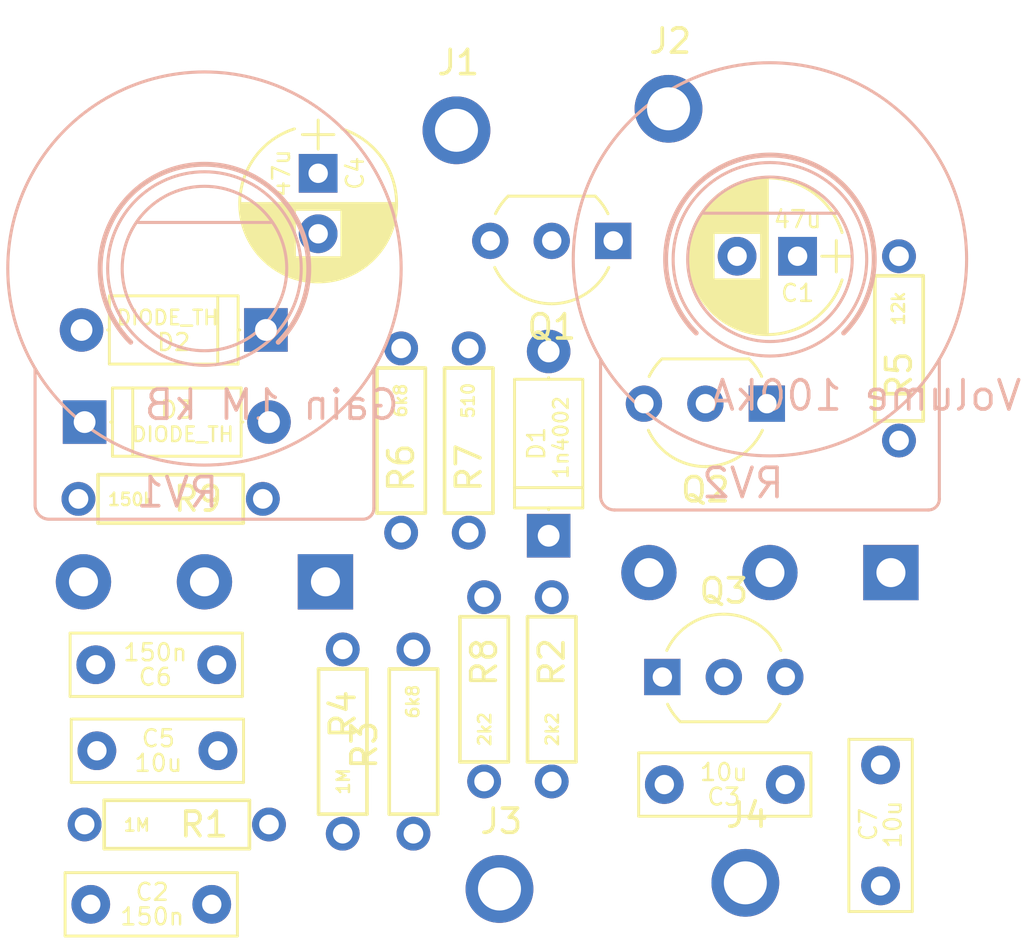
<source format=kicad_pcb>
(kicad_pcb (version 20171130) (host pcbnew "(5.1.2-1)-1")

  (general
    (thickness 1.6)
    (drawings 4)
    (tracks 0)
    (zones 0)
    (modules 28)
    (nets 16)
  )

  (page A4)
  (layers
    (0 F.Cu signal)
    (31 B.Cu signal)
    (32 B.Adhes user)
    (33 F.Adhes user)
    (34 B.Paste user)
    (35 F.Paste user)
    (36 B.SilkS user)
    (37 F.SilkS user)
    (38 B.Mask user)
    (39 F.Mask user)
    (40 Dwgs.User user)
    (41 Cmts.User user)
    (42 Eco1.User user)
    (43 Eco2.User user)
    (44 Edge.Cuts user)
    (45 Margin user)
    (46 B.CrtYd user)
    (47 F.CrtYd user)
    (48 B.Fab user)
    (49 F.Fab user)
  )

  (setup
    (last_trace_width 0.4064)
    (trace_clearance 0.2)
    (zone_clearance 0.508)
    (zone_45_only no)
    (trace_min 0.2)
    (via_size 0.8)
    (via_drill 0.4)
    (via_min_size 0.4)
    (via_min_drill 0.3)
    (uvia_size 0.3)
    (uvia_drill 0.1)
    (uvias_allowed no)
    (uvia_min_size 0.2)
    (uvia_min_drill 0.1)
    (edge_width 0.05)
    (segment_width 0.2)
    (pcb_text_width 0.3)
    (pcb_text_size 1.5 1.5)
    (mod_edge_width 0.12)
    (mod_text_size 1 1)
    (mod_text_width 0.15)
    (pad_size 1.524 1.524)
    (pad_drill 0.762)
    (pad_to_mask_clearance 0.051)
    (solder_mask_min_width 0.25)
    (aux_axis_origin 0 0)
    (visible_elements FFFFFF7F)
    (pcbplotparams
      (layerselection 0x010fc_ffffffff)
      (usegerberextensions false)
      (usegerberattributes false)
      (usegerberadvancedattributes false)
      (creategerberjobfile false)
      (excludeedgelayer true)
      (linewidth 0.100000)
      (plotframeref false)
      (viasonmask false)
      (mode 1)
      (useauxorigin false)
      (hpglpennumber 1)
      (hpglpenspeed 20)
      (hpglpendiameter 15.000000)
      (psnegative false)
      (psa4output false)
      (plotreference true)
      (plotvalue true)
      (plotinvisibletext false)
      (padsonsilk false)
      (subtractmaskfromsilk false)
      (outputformat 1)
      (mirror false)
      (drillshape 1)
      (scaleselection 1)
      (outputdirectory ""))
  )

  (net 0 "")
  (net 1 GND)
  (net 2 /Power)
  (net 3 "Net-(C2-Pad1)")
  (net 4 "Net-(C2-Pad2)")
  (net 5 "Net-(C3-Pad2)")
  (net 6 "Net-(C3-Pad1)")
  (net 7 "Net-(C5-Pad2)")
  (net 8 "Net-(C5-Pad1)")
  (net 9 "Net-(C6-Pad2)")
  (net 10 "Net-(C7-Pad1)")
  (net 11 "Net-(C7-Pad2)")
  (net 12 "Net-(D3-Pad2)")
  (net 13 "Net-(D3-Pad1)")
  (net 14 "Net-(Q2-Pad1)")
  (net 15 "Net-(R1-Pad1)")

  (net_class Default "This is the default net class."
    (clearance 0.2)
    (trace_width 0.4064)
    (via_dia 0.8)
    (via_drill 0.4)
    (uvia_dia 0.3)
    (uvia_drill 0.1)
    (add_net /Power)
    (add_net GND)
    (add_net "Net-(C2-Pad1)")
    (add_net "Net-(C2-Pad2)")
    (add_net "Net-(C3-Pad1)")
    (add_net "Net-(C3-Pad2)")
    (add_net "Net-(C5-Pad1)")
    (add_net "Net-(C5-Pad2)")
    (add_net "Net-(C6-Pad2)")
    (add_net "Net-(C7-Pad1)")
    (add_net "Net-(C7-Pad2)")
    (add_net "Net-(D3-Pad1)")
    (add_net "Net-(D3-Pad2)")
    (add_net "Net-(Q2-Pad1)")
    (add_net "Net-(R1-Pad1)")
  )

  (module 4ms-footprints:Cap_Electrolytic_TH (layer F.Cu) (tedit 594086EC) (tstamp 5D281554)
    (at 151.511 83.185 180)
    (descr "CP, Radial series, Radial, pin pitch=2.50mm, , diameter=6.3mm, Electrolytic Capacitor")
    (tags "CP Radial series Radial pin pitch 2.50mm  diameter 6.3mm Electrolytic Capacitor")
    (path /5D2A07A6)
    (fp_text reference C1 (at 0 -1.524) (layer F.SilkS)
      (effects (font (size 0.7 0.7) (thickness 0.1)))
    )
    (fp_text value 47u (at 0 1.524) (layer F.SilkS)
      (effects (font (size 0.7 0.7) (thickness 0.1)))
    )
    (fp_arc (start 1.25 0) (end 4.338236 -0.98) (angle 35.2) (layer F.SilkS) (width 0.12))
    (fp_arc (start 1.25 0) (end -1.838236 0.98) (angle -144.8) (layer F.SilkS) (width 0.12))
    (fp_arc (start 1.25 0) (end -1.838236 -0.98) (angle 144.8) (layer F.SilkS) (width 0.12))
    (fp_circle (center 1.25 0) (end 4.4 0) (layer F.Fab) (width 0.1))
    (fp_line (start 4.75 -3.5) (end -2.25 -3.5) (layer F.CrtYd) (width 0.05))
    (fp_line (start 4.75 3.5) (end 4.75 -3.5) (layer F.CrtYd) (width 0.05))
    (fp_line (start -2.25 3.5) (end 4.75 3.5) (layer F.CrtYd) (width 0.05))
    (fp_line (start -2.25 -3.5) (end -2.25 3.5) (layer F.CrtYd) (width 0.05))
    (fp_line (start -1.6 -0.65) (end -1.6 0.65) (layer F.SilkS) (width 0.12))
    (fp_line (start -2.2 0) (end -1 0) (layer F.SilkS) (width 0.12))
    (fp_line (start 4.451 -0.468) (end 4.451 0.468) (layer F.SilkS) (width 0.12))
    (fp_line (start 4.411 -0.676) (end 4.411 0.676) (layer F.SilkS) (width 0.12))
    (fp_line (start 4.371 -0.834) (end 4.371 0.834) (layer F.SilkS) (width 0.12))
    (fp_line (start 4.331 -0.966) (end 4.331 0.966) (layer F.SilkS) (width 0.12))
    (fp_line (start 4.291 -1.081) (end 4.291 1.081) (layer F.SilkS) (width 0.12))
    (fp_line (start 4.251 -1.184) (end 4.251 1.184) (layer F.SilkS) (width 0.12))
    (fp_line (start 4.211 -1.278) (end 4.211 1.278) (layer F.SilkS) (width 0.12))
    (fp_line (start 4.171 -1.364) (end 4.171 1.364) (layer F.SilkS) (width 0.12))
    (fp_line (start 4.131 -1.445) (end 4.131 1.445) (layer F.SilkS) (width 0.12))
    (fp_line (start 4.091 -1.52) (end 4.091 1.52) (layer F.SilkS) (width 0.12))
    (fp_line (start 4.051 -1.591) (end 4.051 1.591) (layer F.SilkS) (width 0.12))
    (fp_line (start 4.011 -1.658) (end 4.011 1.658) (layer F.SilkS) (width 0.12))
    (fp_line (start 3.971 -1.721) (end 3.971 1.721) (layer F.SilkS) (width 0.12))
    (fp_line (start 3.931 -1.781) (end 3.931 1.781) (layer F.SilkS) (width 0.12))
    (fp_line (start 3.891 -1.839) (end 3.891 1.839) (layer F.SilkS) (width 0.12))
    (fp_line (start 3.851 -1.894) (end 3.851 1.894) (layer F.SilkS) (width 0.12))
    (fp_line (start 3.811 -1.946) (end 3.811 1.946) (layer F.SilkS) (width 0.12))
    (fp_line (start 3.771 -1.997) (end 3.771 1.997) (layer F.SilkS) (width 0.12))
    (fp_line (start 3.731 -2.045) (end 3.731 2.045) (layer F.SilkS) (width 0.12))
    (fp_line (start 3.691 -2.092) (end 3.691 2.092) (layer F.SilkS) (width 0.12))
    (fp_line (start 3.651 -2.137) (end 3.651 2.137) (layer F.SilkS) (width 0.12))
    (fp_line (start 3.611 -2.18) (end 3.611 2.18) (layer F.SilkS) (width 0.12))
    (fp_line (start 3.571 -2.222) (end 3.571 2.222) (layer F.SilkS) (width 0.12))
    (fp_line (start 3.531 -2.262) (end 3.531 2.262) (layer F.SilkS) (width 0.12))
    (fp_line (start 3.491 -2.301) (end 3.491 2.301) (layer F.SilkS) (width 0.12))
    (fp_line (start 3.451 0.98) (end 3.451 2.339) (layer F.SilkS) (width 0.12))
    (fp_line (start 3.451 -2.339) (end 3.451 -0.98) (layer F.SilkS) (width 0.12))
    (fp_line (start 3.411 0.98) (end 3.411 2.375) (layer F.SilkS) (width 0.12))
    (fp_line (start 3.411 -2.375) (end 3.411 -0.98) (layer F.SilkS) (width 0.12))
    (fp_line (start 3.371 0.98) (end 3.371 2.411) (layer F.SilkS) (width 0.12))
    (fp_line (start 3.371 -2.411) (end 3.371 -0.98) (layer F.SilkS) (width 0.12))
    (fp_line (start 3.331 0.98) (end 3.331 2.445) (layer F.SilkS) (width 0.12))
    (fp_line (start 3.331 -2.445) (end 3.331 -0.98) (layer F.SilkS) (width 0.12))
    (fp_line (start 3.291 0.98) (end 3.291 2.478) (layer F.SilkS) (width 0.12))
    (fp_line (start 3.291 -2.478) (end 3.291 -0.98) (layer F.SilkS) (width 0.12))
    (fp_line (start 3.251 0.98) (end 3.251 2.51) (layer F.SilkS) (width 0.12))
    (fp_line (start 3.251 -2.51) (end 3.251 -0.98) (layer F.SilkS) (width 0.12))
    (fp_line (start 3.211 0.98) (end 3.211 2.54) (layer F.SilkS) (width 0.12))
    (fp_line (start 3.211 -2.54) (end 3.211 -0.98) (layer F.SilkS) (width 0.12))
    (fp_line (start 3.171 0.98) (end 3.171 2.57) (layer F.SilkS) (width 0.12))
    (fp_line (start 3.171 -2.57) (end 3.171 -0.98) (layer F.SilkS) (width 0.12))
    (fp_line (start 3.131 0.98) (end 3.131 2.599) (layer F.SilkS) (width 0.12))
    (fp_line (start 3.131 -2.599) (end 3.131 -0.98) (layer F.SilkS) (width 0.12))
    (fp_line (start 3.091 0.98) (end 3.091 2.627) (layer F.SilkS) (width 0.12))
    (fp_line (start 3.091 -2.627) (end 3.091 -0.98) (layer F.SilkS) (width 0.12))
    (fp_line (start 3.051 0.98) (end 3.051 2.654) (layer F.SilkS) (width 0.12))
    (fp_line (start 3.051 -2.654) (end 3.051 -0.98) (layer F.SilkS) (width 0.12))
    (fp_line (start 3.011 0.98) (end 3.011 2.681) (layer F.SilkS) (width 0.12))
    (fp_line (start 3.011 -2.681) (end 3.011 -0.98) (layer F.SilkS) (width 0.12))
    (fp_line (start 2.971 0.98) (end 2.971 2.706) (layer F.SilkS) (width 0.12))
    (fp_line (start 2.971 -2.706) (end 2.971 -0.98) (layer F.SilkS) (width 0.12))
    (fp_line (start 2.931 0.98) (end 2.931 2.731) (layer F.SilkS) (width 0.12))
    (fp_line (start 2.931 -2.731) (end 2.931 -0.98) (layer F.SilkS) (width 0.12))
    (fp_line (start 2.891 0.98) (end 2.891 2.755) (layer F.SilkS) (width 0.12))
    (fp_line (start 2.891 -2.755) (end 2.891 -0.98) (layer F.SilkS) (width 0.12))
    (fp_line (start 2.851 0.98) (end 2.851 2.778) (layer F.SilkS) (width 0.12))
    (fp_line (start 2.851 -2.778) (end 2.851 -0.98) (layer F.SilkS) (width 0.12))
    (fp_line (start 2.811 0.98) (end 2.811 2.8) (layer F.SilkS) (width 0.12))
    (fp_line (start 2.811 -2.8) (end 2.811 -0.98) (layer F.SilkS) (width 0.12))
    (fp_line (start 2.771 0.98) (end 2.771 2.822) (layer F.SilkS) (width 0.12))
    (fp_line (start 2.771 -2.822) (end 2.771 -0.98) (layer F.SilkS) (width 0.12))
    (fp_line (start 2.731 0.98) (end 2.731 2.843) (layer F.SilkS) (width 0.12))
    (fp_line (start 2.731 -2.843) (end 2.731 -0.98) (layer F.SilkS) (width 0.12))
    (fp_line (start 2.691 0.98) (end 2.691 2.863) (layer F.SilkS) (width 0.12))
    (fp_line (start 2.691 -2.863) (end 2.691 -0.98) (layer F.SilkS) (width 0.12))
    (fp_line (start 2.651 0.98) (end 2.651 2.882) (layer F.SilkS) (width 0.12))
    (fp_line (start 2.651 -2.882) (end 2.651 -0.98) (layer F.SilkS) (width 0.12))
    (fp_line (start 2.611 0.98) (end 2.611 2.901) (layer F.SilkS) (width 0.12))
    (fp_line (start 2.611 -2.901) (end 2.611 -0.98) (layer F.SilkS) (width 0.12))
    (fp_line (start 2.571 0.98) (end 2.571 2.919) (layer F.SilkS) (width 0.12))
    (fp_line (start 2.571 -2.919) (end 2.571 -0.98) (layer F.SilkS) (width 0.12))
    (fp_line (start 2.531 0.98) (end 2.531 2.937) (layer F.SilkS) (width 0.12))
    (fp_line (start 2.531 -2.937) (end 2.531 -0.98) (layer F.SilkS) (width 0.12))
    (fp_line (start 2.491 0.98) (end 2.491 2.954) (layer F.SilkS) (width 0.12))
    (fp_line (start 2.491 -2.954) (end 2.491 -0.98) (layer F.SilkS) (width 0.12))
    (fp_line (start 2.451 0.98) (end 2.451 2.97) (layer F.SilkS) (width 0.12))
    (fp_line (start 2.451 -2.97) (end 2.451 -0.98) (layer F.SilkS) (width 0.12))
    (fp_line (start 2.411 0.98) (end 2.411 2.986) (layer F.SilkS) (width 0.12))
    (fp_line (start 2.411 -2.986) (end 2.411 -0.98) (layer F.SilkS) (width 0.12))
    (fp_line (start 2.371 0.98) (end 2.371 3.001) (layer F.SilkS) (width 0.12))
    (fp_line (start 2.371 -3.001) (end 2.371 -0.98) (layer F.SilkS) (width 0.12))
    (fp_line (start 2.331 0.98) (end 2.331 3.015) (layer F.SilkS) (width 0.12))
    (fp_line (start 2.331 -3.015) (end 2.331 -0.98) (layer F.SilkS) (width 0.12))
    (fp_line (start 2.291 0.98) (end 2.291 3.029) (layer F.SilkS) (width 0.12))
    (fp_line (start 2.291 -3.029) (end 2.291 -0.98) (layer F.SilkS) (width 0.12))
    (fp_line (start 2.251 0.98) (end 2.251 3.042) (layer F.SilkS) (width 0.12))
    (fp_line (start 2.251 -3.042) (end 2.251 -0.98) (layer F.SilkS) (width 0.12))
    (fp_line (start 2.211 0.98) (end 2.211 3.055) (layer F.SilkS) (width 0.12))
    (fp_line (start 2.211 -3.055) (end 2.211 -0.98) (layer F.SilkS) (width 0.12))
    (fp_line (start 2.171 0.98) (end 2.171 3.067) (layer F.SilkS) (width 0.12))
    (fp_line (start 2.171 -3.067) (end 2.171 -0.98) (layer F.SilkS) (width 0.12))
    (fp_line (start 2.131 0.98) (end 2.131 3.079) (layer F.SilkS) (width 0.12))
    (fp_line (start 2.131 -3.079) (end 2.131 -0.98) (layer F.SilkS) (width 0.12))
    (fp_line (start 2.091 0.98) (end 2.091 3.09) (layer F.SilkS) (width 0.12))
    (fp_line (start 2.091 -3.09) (end 2.091 -0.98) (layer F.SilkS) (width 0.12))
    (fp_line (start 2.051 0.98) (end 2.051 3.1) (layer F.SilkS) (width 0.12))
    (fp_line (start 2.051 -3.1) (end 2.051 -0.98) (layer F.SilkS) (width 0.12))
    (fp_line (start 2.011 0.98) (end 2.011 3.11) (layer F.SilkS) (width 0.12))
    (fp_line (start 2.011 -3.11) (end 2.011 -0.98) (layer F.SilkS) (width 0.12))
    (fp_line (start 1.971 0.98) (end 1.971 3.119) (layer F.SilkS) (width 0.12))
    (fp_line (start 1.971 -3.119) (end 1.971 -0.98) (layer F.SilkS) (width 0.12))
    (fp_line (start 1.93 0.98) (end 1.93 3.128) (layer F.SilkS) (width 0.12))
    (fp_line (start 1.93 -3.128) (end 1.93 -0.98) (layer F.SilkS) (width 0.12))
    (fp_line (start 1.89 0.98) (end 1.89 3.137) (layer F.SilkS) (width 0.12))
    (fp_line (start 1.89 -3.137) (end 1.89 -0.98) (layer F.SilkS) (width 0.12))
    (fp_line (start 1.85 0.98) (end 1.85 3.144) (layer F.SilkS) (width 0.12))
    (fp_line (start 1.85 -3.144) (end 1.85 -0.98) (layer F.SilkS) (width 0.12))
    (fp_line (start 1.81 0.98) (end 1.81 3.152) (layer F.SilkS) (width 0.12))
    (fp_line (start 1.81 -3.152) (end 1.81 -0.98) (layer F.SilkS) (width 0.12))
    (fp_line (start 1.77 0.98) (end 1.77 3.158) (layer F.SilkS) (width 0.12))
    (fp_line (start 1.77 -3.158) (end 1.77 -0.98) (layer F.SilkS) (width 0.12))
    (fp_line (start 1.73 0.98) (end 1.73 3.165) (layer F.SilkS) (width 0.12))
    (fp_line (start 1.73 -3.165) (end 1.73 -0.98) (layer F.SilkS) (width 0.12))
    (fp_line (start 1.69 0.98) (end 1.69 3.17) (layer F.SilkS) (width 0.12))
    (fp_line (start 1.69 -3.17) (end 1.69 -0.98) (layer F.SilkS) (width 0.12))
    (fp_line (start 1.65 0.98) (end 1.65 3.176) (layer F.SilkS) (width 0.12))
    (fp_line (start 1.65 -3.176) (end 1.65 -0.98) (layer F.SilkS) (width 0.12))
    (fp_line (start 1.61 0.98) (end 1.61 3.18) (layer F.SilkS) (width 0.12))
    (fp_line (start 1.61 -3.18) (end 1.61 -0.98) (layer F.SilkS) (width 0.12))
    (fp_line (start 1.57 0.98) (end 1.57 3.185) (layer F.SilkS) (width 0.12))
    (fp_line (start 1.57 -3.185) (end 1.57 -0.98) (layer F.SilkS) (width 0.12))
    (fp_line (start 1.53 0.98) (end 1.53 3.188) (layer F.SilkS) (width 0.12))
    (fp_line (start 1.53 -3.188) (end 1.53 -0.98) (layer F.SilkS) (width 0.12))
    (fp_line (start 1.49 -3.192) (end 1.49 3.192) (layer F.SilkS) (width 0.12))
    (fp_line (start 1.45 -3.194) (end 1.45 3.194) (layer F.SilkS) (width 0.12))
    (fp_line (start 1.41 -3.197) (end 1.41 3.197) (layer F.SilkS) (width 0.12))
    (fp_line (start 1.37 -3.198) (end 1.37 3.198) (layer F.SilkS) (width 0.12))
    (fp_line (start 1.33 -3.2) (end 1.33 3.2) (layer F.SilkS) (width 0.12))
    (fp_line (start 1.29 -3.2) (end 1.29 3.2) (layer F.SilkS) (width 0.12))
    (fp_line (start 1.25 -3.2) (end 1.25 3.2) (layer F.SilkS) (width 0.12))
    (fp_line (start -1.6 -0.65) (end -1.6 0.65) (layer F.Fab) (width 0.1))
    (fp_line (start -2.2 0) (end -1 0) (layer F.Fab) (width 0.1))
    (pad 2 thru_hole circle (at 2.5 0 180) (size 1.6 1.6) (drill 0.8) (layers *.Cu *.Mask)
      (net 1 GND))
    (pad 1 thru_hole rect (at 0 0 180) (size 1.6 1.6) (drill 0.8) (layers *.Cu *.Mask)
      (net 2 /Power))
    (model ${KISYS3DMOD}/Capacitors_THT.3dshapes/CP_Radial_D6.3mm_P2.50mm.wrl
      (at (xyz 0 0 0))
      (scale (xyz 0.393701 0.393701 0.393701))
      (rotate (xyz 0 0 0))
    )
  )

  (module 4ms-footprints:Cap_Ceramic_TH (layer F.Cu) (tedit 593AF7BD) (tstamp 5D281566)
    (at 122.301 109.982)
    (descr "C, Disc series, Radial, pin pitch=5.00mm, , diameter*width=7*2.5mm^2, Capacitor, http://cdn-reichelt.de/documents/datenblatt/B300/DS_KERKO_TC.pdf")
    (tags "C Disc series Radial pin pitch 5.00mm  diameter 7mm width 2.5mm Capacitor")
    (path /5D280117)
    (fp_text reference C2 (at 2.54 -0.508) (layer F.SilkS)
      (effects (font (size 0.7 0.7) (thickness 0.1)))
    )
    (fp_text value 150n (at 2.54 0.508) (layer F.SilkS)
      (effects (font (size 0.7 0.7) (thickness 0.1)))
    )
    (fp_line (start -1 -1.25) (end -1 1.25) (layer F.Fab) (width 0.1))
    (fp_line (start -1 1.25) (end 6 1.25) (layer F.Fab) (width 0.1))
    (fp_line (start 6 1.25) (end 6 -1.25) (layer F.Fab) (width 0.1))
    (fp_line (start 6 -1.25) (end -1 -1.25) (layer F.Fab) (width 0.1))
    (fp_line (start -1.06 -1.31) (end 6.06 -1.31) (layer F.SilkS) (width 0.12))
    (fp_line (start -1.06 1.31) (end 6.06 1.31) (layer F.SilkS) (width 0.12))
    (fp_line (start -1.06 -1.31) (end -1.06 1.31) (layer F.SilkS) (width 0.12))
    (fp_line (start 6.06 -1.31) (end 6.06 1.31) (layer F.SilkS) (width 0.12))
    (fp_line (start -1.35 -1.6) (end -1.35 1.6) (layer F.CrtYd) (width 0.05))
    (fp_line (start -1.35 1.6) (end 6.35 1.6) (layer F.CrtYd) (width 0.05))
    (fp_line (start 6.35 1.6) (end 6.35 -1.6) (layer F.CrtYd) (width 0.05))
    (fp_line (start 6.35 -1.6) (end -1.35 -1.6) (layer F.CrtYd) (width 0.05))
    (pad 1 thru_hole circle (at 0 0) (size 1.6 1.6) (drill 0.8) (layers *.Cu *.Mask)
      (net 3 "Net-(C2-Pad1)"))
    (pad 2 thru_hole circle (at 5 0) (size 1.6 1.6) (drill 0.8) (layers *.Cu *.Mask)
      (net 4 "Net-(C2-Pad2)"))
    (model ${KISYS3DMOD}/Capacitors_THT.3dshapes/C_Disc_D7.0mm_W2.5mm_P5.00mm.wrl
      (at (xyz 0 0 0))
      (scale (xyz 0.393701 0.393701 0.393701))
      (rotate (xyz 0 0 0))
    )
  )

  (module 4ms-footprints:Cap_Ceramic_TH (layer F.Cu) (tedit 593AF7BD) (tstamp 5D281578)
    (at 151.003 105.029 180)
    (descr "C, Disc series, Radial, pin pitch=5.00mm, , diameter*width=7*2.5mm^2, Capacitor, http://cdn-reichelt.de/documents/datenblatt/B300/DS_KERKO_TC.pdf")
    (tags "C Disc series Radial pin pitch 5.00mm  diameter 7mm width 2.5mm Capacitor")
    (path /5D2814C3)
    (fp_text reference C3 (at 2.54 -0.508) (layer F.SilkS)
      (effects (font (size 0.7 0.7) (thickness 0.1)))
    )
    (fp_text value 10u (at 2.54 0.508) (layer F.SilkS)
      (effects (font (size 0.7 0.7) (thickness 0.1)))
    )
    (fp_line (start 6.35 -1.6) (end -1.35 -1.6) (layer F.CrtYd) (width 0.05))
    (fp_line (start 6.35 1.6) (end 6.35 -1.6) (layer F.CrtYd) (width 0.05))
    (fp_line (start -1.35 1.6) (end 6.35 1.6) (layer F.CrtYd) (width 0.05))
    (fp_line (start -1.35 -1.6) (end -1.35 1.6) (layer F.CrtYd) (width 0.05))
    (fp_line (start 6.06 -1.31) (end 6.06 1.31) (layer F.SilkS) (width 0.12))
    (fp_line (start -1.06 -1.31) (end -1.06 1.31) (layer F.SilkS) (width 0.12))
    (fp_line (start -1.06 1.31) (end 6.06 1.31) (layer F.SilkS) (width 0.12))
    (fp_line (start -1.06 -1.31) (end 6.06 -1.31) (layer F.SilkS) (width 0.12))
    (fp_line (start 6 -1.25) (end -1 -1.25) (layer F.Fab) (width 0.1))
    (fp_line (start 6 1.25) (end 6 -1.25) (layer F.Fab) (width 0.1))
    (fp_line (start -1 1.25) (end 6 1.25) (layer F.Fab) (width 0.1))
    (fp_line (start -1 -1.25) (end -1 1.25) (layer F.Fab) (width 0.1))
    (pad 2 thru_hole circle (at 5 0 180) (size 1.6 1.6) (drill 0.8) (layers *.Cu *.Mask)
      (net 5 "Net-(C3-Pad2)"))
    (pad 1 thru_hole circle (at 0 0 180) (size 1.6 1.6) (drill 0.8) (layers *.Cu *.Mask)
      (net 6 "Net-(C3-Pad1)"))
    (model ${KISYS3DMOD}/Capacitors_THT.3dshapes/C_Disc_D7.0mm_W2.5mm_P5.00mm.wrl
      (at (xyz 0 0 0))
      (scale (xyz 0.393701 0.393701 0.393701))
      (rotate (xyz 0 0 0))
    )
  )

  (module 4ms-footprints:Cap_Electrolytic_TH (layer F.Cu) (tedit 594086EC) (tstamp 5D28160C)
    (at 131.699 79.756 270)
    (descr "CP, Radial series, Radial, pin pitch=2.50mm, , diameter=6.3mm, Electrolytic Capacitor")
    (tags "CP Radial series Radial pin pitch 2.50mm  diameter 6.3mm Electrolytic Capacitor")
    (path /5D285E3E)
    (fp_text reference C4 (at 0 -1.524 90) (layer F.SilkS)
      (effects (font (size 0.7 0.7) (thickness 0.1)))
    )
    (fp_text value 47u (at 0 1.524 90) (layer F.SilkS)
      (effects (font (size 0.7 0.7) (thickness 0.1)))
    )
    (fp_line (start -2.2 0) (end -1 0) (layer F.Fab) (width 0.1))
    (fp_line (start -1.6 -0.65) (end -1.6 0.65) (layer F.Fab) (width 0.1))
    (fp_line (start 1.25 -3.2) (end 1.25 3.2) (layer F.SilkS) (width 0.12))
    (fp_line (start 1.29 -3.2) (end 1.29 3.2) (layer F.SilkS) (width 0.12))
    (fp_line (start 1.33 -3.2) (end 1.33 3.2) (layer F.SilkS) (width 0.12))
    (fp_line (start 1.37 -3.198) (end 1.37 3.198) (layer F.SilkS) (width 0.12))
    (fp_line (start 1.41 -3.197) (end 1.41 3.197) (layer F.SilkS) (width 0.12))
    (fp_line (start 1.45 -3.194) (end 1.45 3.194) (layer F.SilkS) (width 0.12))
    (fp_line (start 1.49 -3.192) (end 1.49 3.192) (layer F.SilkS) (width 0.12))
    (fp_line (start 1.53 -3.188) (end 1.53 -0.98) (layer F.SilkS) (width 0.12))
    (fp_line (start 1.53 0.98) (end 1.53 3.188) (layer F.SilkS) (width 0.12))
    (fp_line (start 1.57 -3.185) (end 1.57 -0.98) (layer F.SilkS) (width 0.12))
    (fp_line (start 1.57 0.98) (end 1.57 3.185) (layer F.SilkS) (width 0.12))
    (fp_line (start 1.61 -3.18) (end 1.61 -0.98) (layer F.SilkS) (width 0.12))
    (fp_line (start 1.61 0.98) (end 1.61 3.18) (layer F.SilkS) (width 0.12))
    (fp_line (start 1.65 -3.176) (end 1.65 -0.98) (layer F.SilkS) (width 0.12))
    (fp_line (start 1.65 0.98) (end 1.65 3.176) (layer F.SilkS) (width 0.12))
    (fp_line (start 1.69 -3.17) (end 1.69 -0.98) (layer F.SilkS) (width 0.12))
    (fp_line (start 1.69 0.98) (end 1.69 3.17) (layer F.SilkS) (width 0.12))
    (fp_line (start 1.73 -3.165) (end 1.73 -0.98) (layer F.SilkS) (width 0.12))
    (fp_line (start 1.73 0.98) (end 1.73 3.165) (layer F.SilkS) (width 0.12))
    (fp_line (start 1.77 -3.158) (end 1.77 -0.98) (layer F.SilkS) (width 0.12))
    (fp_line (start 1.77 0.98) (end 1.77 3.158) (layer F.SilkS) (width 0.12))
    (fp_line (start 1.81 -3.152) (end 1.81 -0.98) (layer F.SilkS) (width 0.12))
    (fp_line (start 1.81 0.98) (end 1.81 3.152) (layer F.SilkS) (width 0.12))
    (fp_line (start 1.85 -3.144) (end 1.85 -0.98) (layer F.SilkS) (width 0.12))
    (fp_line (start 1.85 0.98) (end 1.85 3.144) (layer F.SilkS) (width 0.12))
    (fp_line (start 1.89 -3.137) (end 1.89 -0.98) (layer F.SilkS) (width 0.12))
    (fp_line (start 1.89 0.98) (end 1.89 3.137) (layer F.SilkS) (width 0.12))
    (fp_line (start 1.93 -3.128) (end 1.93 -0.98) (layer F.SilkS) (width 0.12))
    (fp_line (start 1.93 0.98) (end 1.93 3.128) (layer F.SilkS) (width 0.12))
    (fp_line (start 1.971 -3.119) (end 1.971 -0.98) (layer F.SilkS) (width 0.12))
    (fp_line (start 1.971 0.98) (end 1.971 3.119) (layer F.SilkS) (width 0.12))
    (fp_line (start 2.011 -3.11) (end 2.011 -0.98) (layer F.SilkS) (width 0.12))
    (fp_line (start 2.011 0.98) (end 2.011 3.11) (layer F.SilkS) (width 0.12))
    (fp_line (start 2.051 -3.1) (end 2.051 -0.98) (layer F.SilkS) (width 0.12))
    (fp_line (start 2.051 0.98) (end 2.051 3.1) (layer F.SilkS) (width 0.12))
    (fp_line (start 2.091 -3.09) (end 2.091 -0.98) (layer F.SilkS) (width 0.12))
    (fp_line (start 2.091 0.98) (end 2.091 3.09) (layer F.SilkS) (width 0.12))
    (fp_line (start 2.131 -3.079) (end 2.131 -0.98) (layer F.SilkS) (width 0.12))
    (fp_line (start 2.131 0.98) (end 2.131 3.079) (layer F.SilkS) (width 0.12))
    (fp_line (start 2.171 -3.067) (end 2.171 -0.98) (layer F.SilkS) (width 0.12))
    (fp_line (start 2.171 0.98) (end 2.171 3.067) (layer F.SilkS) (width 0.12))
    (fp_line (start 2.211 -3.055) (end 2.211 -0.98) (layer F.SilkS) (width 0.12))
    (fp_line (start 2.211 0.98) (end 2.211 3.055) (layer F.SilkS) (width 0.12))
    (fp_line (start 2.251 -3.042) (end 2.251 -0.98) (layer F.SilkS) (width 0.12))
    (fp_line (start 2.251 0.98) (end 2.251 3.042) (layer F.SilkS) (width 0.12))
    (fp_line (start 2.291 -3.029) (end 2.291 -0.98) (layer F.SilkS) (width 0.12))
    (fp_line (start 2.291 0.98) (end 2.291 3.029) (layer F.SilkS) (width 0.12))
    (fp_line (start 2.331 -3.015) (end 2.331 -0.98) (layer F.SilkS) (width 0.12))
    (fp_line (start 2.331 0.98) (end 2.331 3.015) (layer F.SilkS) (width 0.12))
    (fp_line (start 2.371 -3.001) (end 2.371 -0.98) (layer F.SilkS) (width 0.12))
    (fp_line (start 2.371 0.98) (end 2.371 3.001) (layer F.SilkS) (width 0.12))
    (fp_line (start 2.411 -2.986) (end 2.411 -0.98) (layer F.SilkS) (width 0.12))
    (fp_line (start 2.411 0.98) (end 2.411 2.986) (layer F.SilkS) (width 0.12))
    (fp_line (start 2.451 -2.97) (end 2.451 -0.98) (layer F.SilkS) (width 0.12))
    (fp_line (start 2.451 0.98) (end 2.451 2.97) (layer F.SilkS) (width 0.12))
    (fp_line (start 2.491 -2.954) (end 2.491 -0.98) (layer F.SilkS) (width 0.12))
    (fp_line (start 2.491 0.98) (end 2.491 2.954) (layer F.SilkS) (width 0.12))
    (fp_line (start 2.531 -2.937) (end 2.531 -0.98) (layer F.SilkS) (width 0.12))
    (fp_line (start 2.531 0.98) (end 2.531 2.937) (layer F.SilkS) (width 0.12))
    (fp_line (start 2.571 -2.919) (end 2.571 -0.98) (layer F.SilkS) (width 0.12))
    (fp_line (start 2.571 0.98) (end 2.571 2.919) (layer F.SilkS) (width 0.12))
    (fp_line (start 2.611 -2.901) (end 2.611 -0.98) (layer F.SilkS) (width 0.12))
    (fp_line (start 2.611 0.98) (end 2.611 2.901) (layer F.SilkS) (width 0.12))
    (fp_line (start 2.651 -2.882) (end 2.651 -0.98) (layer F.SilkS) (width 0.12))
    (fp_line (start 2.651 0.98) (end 2.651 2.882) (layer F.SilkS) (width 0.12))
    (fp_line (start 2.691 -2.863) (end 2.691 -0.98) (layer F.SilkS) (width 0.12))
    (fp_line (start 2.691 0.98) (end 2.691 2.863) (layer F.SilkS) (width 0.12))
    (fp_line (start 2.731 -2.843) (end 2.731 -0.98) (layer F.SilkS) (width 0.12))
    (fp_line (start 2.731 0.98) (end 2.731 2.843) (layer F.SilkS) (width 0.12))
    (fp_line (start 2.771 -2.822) (end 2.771 -0.98) (layer F.SilkS) (width 0.12))
    (fp_line (start 2.771 0.98) (end 2.771 2.822) (layer F.SilkS) (width 0.12))
    (fp_line (start 2.811 -2.8) (end 2.811 -0.98) (layer F.SilkS) (width 0.12))
    (fp_line (start 2.811 0.98) (end 2.811 2.8) (layer F.SilkS) (width 0.12))
    (fp_line (start 2.851 -2.778) (end 2.851 -0.98) (layer F.SilkS) (width 0.12))
    (fp_line (start 2.851 0.98) (end 2.851 2.778) (layer F.SilkS) (width 0.12))
    (fp_line (start 2.891 -2.755) (end 2.891 -0.98) (layer F.SilkS) (width 0.12))
    (fp_line (start 2.891 0.98) (end 2.891 2.755) (layer F.SilkS) (width 0.12))
    (fp_line (start 2.931 -2.731) (end 2.931 -0.98) (layer F.SilkS) (width 0.12))
    (fp_line (start 2.931 0.98) (end 2.931 2.731) (layer F.SilkS) (width 0.12))
    (fp_line (start 2.971 -2.706) (end 2.971 -0.98) (layer F.SilkS) (width 0.12))
    (fp_line (start 2.971 0.98) (end 2.971 2.706) (layer F.SilkS) (width 0.12))
    (fp_line (start 3.011 -2.681) (end 3.011 -0.98) (layer F.SilkS) (width 0.12))
    (fp_line (start 3.011 0.98) (end 3.011 2.681) (layer F.SilkS) (width 0.12))
    (fp_line (start 3.051 -2.654) (end 3.051 -0.98) (layer F.SilkS) (width 0.12))
    (fp_line (start 3.051 0.98) (end 3.051 2.654) (layer F.SilkS) (width 0.12))
    (fp_line (start 3.091 -2.627) (end 3.091 -0.98) (layer F.SilkS) (width 0.12))
    (fp_line (start 3.091 0.98) (end 3.091 2.627) (layer F.SilkS) (width 0.12))
    (fp_line (start 3.131 -2.599) (end 3.131 -0.98) (layer F.SilkS) (width 0.12))
    (fp_line (start 3.131 0.98) (end 3.131 2.599) (layer F.SilkS) (width 0.12))
    (fp_line (start 3.171 -2.57) (end 3.171 -0.98) (layer F.SilkS) (width 0.12))
    (fp_line (start 3.171 0.98) (end 3.171 2.57) (layer F.SilkS) (width 0.12))
    (fp_line (start 3.211 -2.54) (end 3.211 -0.98) (layer F.SilkS) (width 0.12))
    (fp_line (start 3.211 0.98) (end 3.211 2.54) (layer F.SilkS) (width 0.12))
    (fp_line (start 3.251 -2.51) (end 3.251 -0.98) (layer F.SilkS) (width 0.12))
    (fp_line (start 3.251 0.98) (end 3.251 2.51) (layer F.SilkS) (width 0.12))
    (fp_line (start 3.291 -2.478) (end 3.291 -0.98) (layer F.SilkS) (width 0.12))
    (fp_line (start 3.291 0.98) (end 3.291 2.478) (layer F.SilkS) (width 0.12))
    (fp_line (start 3.331 -2.445) (end 3.331 -0.98) (layer F.SilkS) (width 0.12))
    (fp_line (start 3.331 0.98) (end 3.331 2.445) (layer F.SilkS) (width 0.12))
    (fp_line (start 3.371 -2.411) (end 3.371 -0.98) (layer F.SilkS) (width 0.12))
    (fp_line (start 3.371 0.98) (end 3.371 2.411) (layer F.SilkS) (width 0.12))
    (fp_line (start 3.411 -2.375) (end 3.411 -0.98) (layer F.SilkS) (width 0.12))
    (fp_line (start 3.411 0.98) (end 3.411 2.375) (layer F.SilkS) (width 0.12))
    (fp_line (start 3.451 -2.339) (end 3.451 -0.98) (layer F.SilkS) (width 0.12))
    (fp_line (start 3.451 0.98) (end 3.451 2.339) (layer F.SilkS) (width 0.12))
    (fp_line (start 3.491 -2.301) (end 3.491 2.301) (layer F.SilkS) (width 0.12))
    (fp_line (start 3.531 -2.262) (end 3.531 2.262) (layer F.SilkS) (width 0.12))
    (fp_line (start 3.571 -2.222) (end 3.571 2.222) (layer F.SilkS) (width 0.12))
    (fp_line (start 3.611 -2.18) (end 3.611 2.18) (layer F.SilkS) (width 0.12))
    (fp_line (start 3.651 -2.137) (end 3.651 2.137) (layer F.SilkS) (width 0.12))
    (fp_line (start 3.691 -2.092) (end 3.691 2.092) (layer F.SilkS) (width 0.12))
    (fp_line (start 3.731 -2.045) (end 3.731 2.045) (layer F.SilkS) (width 0.12))
    (fp_line (start 3.771 -1.997) (end 3.771 1.997) (layer F.SilkS) (width 0.12))
    (fp_line (start 3.811 -1.946) (end 3.811 1.946) (layer F.SilkS) (width 0.12))
    (fp_line (start 3.851 -1.894) (end 3.851 1.894) (layer F.SilkS) (width 0.12))
    (fp_line (start 3.891 -1.839) (end 3.891 1.839) (layer F.SilkS) (width 0.12))
    (fp_line (start 3.931 -1.781) (end 3.931 1.781) (layer F.SilkS) (width 0.12))
    (fp_line (start 3.971 -1.721) (end 3.971 1.721) (layer F.SilkS) (width 0.12))
    (fp_line (start 4.011 -1.658) (end 4.011 1.658) (layer F.SilkS) (width 0.12))
    (fp_line (start 4.051 -1.591) (end 4.051 1.591) (layer F.SilkS) (width 0.12))
    (fp_line (start 4.091 -1.52) (end 4.091 1.52) (layer F.SilkS) (width 0.12))
    (fp_line (start 4.131 -1.445) (end 4.131 1.445) (layer F.SilkS) (width 0.12))
    (fp_line (start 4.171 -1.364) (end 4.171 1.364) (layer F.SilkS) (width 0.12))
    (fp_line (start 4.211 -1.278) (end 4.211 1.278) (layer F.SilkS) (width 0.12))
    (fp_line (start 4.251 -1.184) (end 4.251 1.184) (layer F.SilkS) (width 0.12))
    (fp_line (start 4.291 -1.081) (end 4.291 1.081) (layer F.SilkS) (width 0.12))
    (fp_line (start 4.331 -0.966) (end 4.331 0.966) (layer F.SilkS) (width 0.12))
    (fp_line (start 4.371 -0.834) (end 4.371 0.834) (layer F.SilkS) (width 0.12))
    (fp_line (start 4.411 -0.676) (end 4.411 0.676) (layer F.SilkS) (width 0.12))
    (fp_line (start 4.451 -0.468) (end 4.451 0.468) (layer F.SilkS) (width 0.12))
    (fp_line (start -2.2 0) (end -1 0) (layer F.SilkS) (width 0.12))
    (fp_line (start -1.6 -0.65) (end -1.6 0.65) (layer F.SilkS) (width 0.12))
    (fp_line (start -2.25 -3.5) (end -2.25 3.5) (layer F.CrtYd) (width 0.05))
    (fp_line (start -2.25 3.5) (end 4.75 3.5) (layer F.CrtYd) (width 0.05))
    (fp_line (start 4.75 3.5) (end 4.75 -3.5) (layer F.CrtYd) (width 0.05))
    (fp_line (start 4.75 -3.5) (end -2.25 -3.5) (layer F.CrtYd) (width 0.05))
    (fp_circle (center 1.25 0) (end 4.4 0) (layer F.Fab) (width 0.1))
    (fp_arc (start 1.25 0) (end -1.838236 -0.98) (angle 144.8) (layer F.SilkS) (width 0.12))
    (fp_arc (start 1.25 0) (end -1.838236 0.98) (angle -144.8) (layer F.SilkS) (width 0.12))
    (fp_arc (start 1.25 0) (end 4.338236 -0.98) (angle 35.2) (layer F.SilkS) (width 0.12))
    (pad 1 thru_hole rect (at 0 0 270) (size 1.6 1.6) (drill 0.8) (layers *.Cu *.Mask)
      (net 6 "Net-(C3-Pad1)"))
    (pad 2 thru_hole circle (at 2.5 0 270) (size 1.6 1.6) (drill 0.8) (layers *.Cu *.Mask)
      (net 1 GND))
    (model ${KISYS3DMOD}/Capacitors_THT.3dshapes/CP_Radial_D6.3mm_P2.50mm.wrl
      (at (xyz 0 0 0))
      (scale (xyz 0.393701 0.393701 0.393701))
      (rotate (xyz 0 0 0))
    )
  )

  (module 4ms-footprints:Cap_Ceramic_TH (layer F.Cu) (tedit 593AF7BD) (tstamp 5D28161E)
    (at 122.555 103.632)
    (descr "C, Disc series, Radial, pin pitch=5.00mm, , diameter*width=7*2.5mm^2, Capacitor, http://cdn-reichelt.de/documents/datenblatt/B300/DS_KERKO_TC.pdf")
    (tags "C Disc series Radial pin pitch 5.00mm  diameter 7mm width 2.5mm Capacitor")
    (path /5D28C8D3)
    (fp_text reference C5 (at 2.54 -0.508) (layer F.SilkS)
      (effects (font (size 0.7 0.7) (thickness 0.1)))
    )
    (fp_text value 10u (at 2.54 0.508) (layer F.SilkS)
      (effects (font (size 0.7 0.7) (thickness 0.1)))
    )
    (fp_line (start 6.35 -1.6) (end -1.35 -1.6) (layer F.CrtYd) (width 0.05))
    (fp_line (start 6.35 1.6) (end 6.35 -1.6) (layer F.CrtYd) (width 0.05))
    (fp_line (start -1.35 1.6) (end 6.35 1.6) (layer F.CrtYd) (width 0.05))
    (fp_line (start -1.35 -1.6) (end -1.35 1.6) (layer F.CrtYd) (width 0.05))
    (fp_line (start 6.06 -1.31) (end 6.06 1.31) (layer F.SilkS) (width 0.12))
    (fp_line (start -1.06 -1.31) (end -1.06 1.31) (layer F.SilkS) (width 0.12))
    (fp_line (start -1.06 1.31) (end 6.06 1.31) (layer F.SilkS) (width 0.12))
    (fp_line (start -1.06 -1.31) (end 6.06 -1.31) (layer F.SilkS) (width 0.12))
    (fp_line (start 6 -1.25) (end -1 -1.25) (layer F.Fab) (width 0.1))
    (fp_line (start 6 1.25) (end 6 -1.25) (layer F.Fab) (width 0.1))
    (fp_line (start -1 1.25) (end 6 1.25) (layer F.Fab) (width 0.1))
    (fp_line (start -1 -1.25) (end -1 1.25) (layer F.Fab) (width 0.1))
    (pad 2 thru_hole circle (at 5 0) (size 1.6 1.6) (drill 0.8) (layers *.Cu *.Mask)
      (net 7 "Net-(C5-Pad2)"))
    (pad 1 thru_hole circle (at 0 0) (size 1.6 1.6) (drill 0.8) (layers *.Cu *.Mask)
      (net 8 "Net-(C5-Pad1)"))
    (model ${KISYS3DMOD}/Capacitors_THT.3dshapes/C_Disc_D7.0mm_W2.5mm_P5.00mm.wrl
      (at (xyz 0 0 0))
      (scale (xyz 0.393701 0.393701 0.393701))
      (rotate (xyz 0 0 0))
    )
  )

  (module 4ms-footprints:Cap_Ceramic_TH (layer F.Cu) (tedit 593AF7BD) (tstamp 5D281630)
    (at 127.508 100.076 180)
    (descr "C, Disc series, Radial, pin pitch=5.00mm, , diameter*width=7*2.5mm^2, Capacitor, http://cdn-reichelt.de/documents/datenblatt/B300/DS_KERKO_TC.pdf")
    (tags "C Disc series Radial pin pitch 5.00mm  diameter 7mm width 2.5mm Capacitor")
    (path /5D28BFCF)
    (fp_text reference C6 (at 2.54 -0.508) (layer F.SilkS)
      (effects (font (size 0.7 0.7) (thickness 0.1)))
    )
    (fp_text value 150n (at 2.54 0.508) (layer F.SilkS)
      (effects (font (size 0.7 0.7) (thickness 0.1)))
    )
    (fp_line (start -1 -1.25) (end -1 1.25) (layer F.Fab) (width 0.1))
    (fp_line (start -1 1.25) (end 6 1.25) (layer F.Fab) (width 0.1))
    (fp_line (start 6 1.25) (end 6 -1.25) (layer F.Fab) (width 0.1))
    (fp_line (start 6 -1.25) (end -1 -1.25) (layer F.Fab) (width 0.1))
    (fp_line (start -1.06 -1.31) (end 6.06 -1.31) (layer F.SilkS) (width 0.12))
    (fp_line (start -1.06 1.31) (end 6.06 1.31) (layer F.SilkS) (width 0.12))
    (fp_line (start -1.06 -1.31) (end -1.06 1.31) (layer F.SilkS) (width 0.12))
    (fp_line (start 6.06 -1.31) (end 6.06 1.31) (layer F.SilkS) (width 0.12))
    (fp_line (start -1.35 -1.6) (end -1.35 1.6) (layer F.CrtYd) (width 0.05))
    (fp_line (start -1.35 1.6) (end 6.35 1.6) (layer F.CrtYd) (width 0.05))
    (fp_line (start 6.35 1.6) (end 6.35 -1.6) (layer F.CrtYd) (width 0.05))
    (fp_line (start 6.35 -1.6) (end -1.35 -1.6) (layer F.CrtYd) (width 0.05))
    (pad 1 thru_hole circle (at 0 0 180) (size 1.6 1.6) (drill 0.8) (layers *.Cu *.Mask)
      (net 7 "Net-(C5-Pad2)"))
    (pad 2 thru_hole circle (at 5 0 180) (size 1.6 1.6) (drill 0.8) (layers *.Cu *.Mask)
      (net 9 "Net-(C6-Pad2)"))
    (model ${KISYS3DMOD}/Capacitors_THT.3dshapes/C_Disc_D7.0mm_W2.5mm_P5.00mm.wrl
      (at (xyz 0 0 0))
      (scale (xyz 0.393701 0.393701 0.393701))
      (rotate (xyz 0 0 0))
    )
  )

  (module 4ms-footprints:Cap_Ceramic_TH (layer F.Cu) (tedit 593AF7BD) (tstamp 5D281642)
    (at 154.94 109.22 90)
    (descr "C, Disc series, Radial, pin pitch=5.00mm, , diameter*width=7*2.5mm^2, Capacitor, http://cdn-reichelt.de/documents/datenblatt/B300/DS_KERKO_TC.pdf")
    (tags "C Disc series Radial pin pitch 5.00mm  diameter 7mm width 2.5mm Capacitor")
    (path /5D2967C4)
    (fp_text reference C7 (at 2.54 -0.508 90) (layer F.SilkS)
      (effects (font (size 0.7 0.7) (thickness 0.1)))
    )
    (fp_text value 10u (at 2.54 0.508 90) (layer F.SilkS)
      (effects (font (size 0.7 0.7) (thickness 0.1)))
    )
    (fp_line (start -1 -1.25) (end -1 1.25) (layer F.Fab) (width 0.1))
    (fp_line (start -1 1.25) (end 6 1.25) (layer F.Fab) (width 0.1))
    (fp_line (start 6 1.25) (end 6 -1.25) (layer F.Fab) (width 0.1))
    (fp_line (start 6 -1.25) (end -1 -1.25) (layer F.Fab) (width 0.1))
    (fp_line (start -1.06 -1.31) (end 6.06 -1.31) (layer F.SilkS) (width 0.12))
    (fp_line (start -1.06 1.31) (end 6.06 1.31) (layer F.SilkS) (width 0.12))
    (fp_line (start -1.06 -1.31) (end -1.06 1.31) (layer F.SilkS) (width 0.12))
    (fp_line (start 6.06 -1.31) (end 6.06 1.31) (layer F.SilkS) (width 0.12))
    (fp_line (start -1.35 -1.6) (end -1.35 1.6) (layer F.CrtYd) (width 0.05))
    (fp_line (start -1.35 1.6) (end 6.35 1.6) (layer F.CrtYd) (width 0.05))
    (fp_line (start 6.35 1.6) (end 6.35 -1.6) (layer F.CrtYd) (width 0.05))
    (fp_line (start 6.35 -1.6) (end -1.35 -1.6) (layer F.CrtYd) (width 0.05))
    (pad 1 thru_hole circle (at 0 0 90) (size 1.6 1.6) (drill 0.8) (layers *.Cu *.Mask)
      (net 10 "Net-(C7-Pad1)"))
    (pad 2 thru_hole circle (at 5 0 90) (size 1.6 1.6) (drill 0.8) (layers *.Cu *.Mask)
      (net 11 "Net-(C7-Pad2)"))
    (model ${KISYS3DMOD}/Capacitors_THT.3dshapes/C_Disc_D7.0mm_W2.5mm_P5.00mm.wrl
      (at (xyz 0 0 0))
      (scale (xyz 0.393701 0.393701 0.393701))
      (rotate (xyz 0 0 0))
    )
  )

  (module 4ms-footprints:Diode_BAT-85S_TH (layer F.Cu) (tedit 593AFBD4) (tstamp 5D28165A)
    (at 141.224 94.742 90)
    (descr "D, A-405 series, Axial, Horizontal, pin pitch=7.62mm, , length*diameter=5.2*2.7mm^2, , http://www.diodes.com/_files/packages/A-405.pdf")
    (tags "D A-405 series Axial Horizontal pin pitch 7.62mm  length 5.2mm diameter 2.7mm")
    (path /5D29FE12)
    (fp_text reference D1 (at 3.81 -0.508 90) (layer F.SilkS)
      (effects (font (size 0.7 0.7) (thickness 0.1)))
    )
    (fp_text value 1n4002 (at 4.064 0.508 90) (layer F.SilkS)
      (effects (font (size 0.6 0.6) (thickness 0.1)))
    )
    (fp_line (start 1.21 -1.35) (end 1.21 1.35) (layer F.Fab) (width 0.1))
    (fp_line (start 1.21 1.35) (end 6.41 1.35) (layer F.Fab) (width 0.1))
    (fp_line (start 6.41 1.35) (end 6.41 -1.35) (layer F.Fab) (width 0.1))
    (fp_line (start 6.41 -1.35) (end 1.21 -1.35) (layer F.Fab) (width 0.1))
    (fp_line (start 0 0) (end 1.21 0) (layer F.Fab) (width 0.1))
    (fp_line (start 7.62 0) (end 6.41 0) (layer F.Fab) (width 0.1))
    (fp_line (start 1.99 -1.35) (end 1.99 1.35) (layer F.Fab) (width 0.1))
    (fp_line (start 1.15 -1.41) (end 1.15 1.41) (layer F.SilkS) (width 0.12))
    (fp_line (start 1.15 1.41) (end 6.47 1.41) (layer F.SilkS) (width 0.12))
    (fp_line (start 6.47 1.41) (end 6.47 -1.41) (layer F.SilkS) (width 0.12))
    (fp_line (start 6.47 -1.41) (end 1.15 -1.41) (layer F.SilkS) (width 0.12))
    (fp_line (start 1.08 0) (end 1.15 0) (layer F.SilkS) (width 0.12))
    (fp_line (start 6.54 0) (end 6.47 0) (layer F.SilkS) (width 0.12))
    (fp_line (start 1.99 -1.41) (end 1.99 1.41) (layer F.SilkS) (width 0.12))
    (fp_line (start -1.15 -1.7) (end -1.15 1.7) (layer F.CrtYd) (width 0.05))
    (fp_line (start -1.15 1.7) (end 8.8 1.7) (layer F.CrtYd) (width 0.05))
    (fp_line (start 8.8 1.7) (end 8.8 -1.7) (layer F.CrtYd) (width 0.05))
    (fp_line (start 8.8 -1.7) (end -1.15 -1.7) (layer F.CrtYd) (width 0.05))
    (pad 1 thru_hole rect (at 0 0 90) (size 1.8 1.8) (drill 0.9) (layers *.Cu *.Mask)
      (net 2 /Power))
    (pad 2 thru_hole oval (at 7.62 0 90) (size 1.8 1.8) (drill 0.9) (layers *.Cu *.Mask)
      (net 1 GND))
    (model ${KISYS3DMOD}/Diodes_THT.3dshapes/D_A-405_P7.62mm_Horizontal.wrl
      (at (xyz 0 0 0))
      (scale (xyz 0.393701 0.393701 0.393701))
      (rotate (xyz 0 0 0))
    )
  )

  (module 4ms-footprints:Diode_BAT-85S_TH (layer F.Cu) (tedit 593AFBD4) (tstamp 5D281672)
    (at 129.54 86.233 180)
    (descr "D, A-405 series, Axial, Horizontal, pin pitch=7.62mm, , length*diameter=5.2*2.7mm^2, , http://www.diodes.com/_files/packages/A-405.pdf")
    (tags "D A-405 series Axial Horizontal pin pitch 7.62mm  length 5.2mm diameter 2.7mm")
    (path /5D28AC08)
    (fp_text reference D2 (at 3.81 -0.508) (layer F.SilkS)
      (effects (font (size 0.7 0.7) (thickness 0.1)))
    )
    (fp_text value DIODE_TH (at 4.064 0.508) (layer F.SilkS)
      (effects (font (size 0.6 0.6) (thickness 0.1)))
    )
    (fp_line (start 1.21 -1.35) (end 1.21 1.35) (layer F.Fab) (width 0.1))
    (fp_line (start 1.21 1.35) (end 6.41 1.35) (layer F.Fab) (width 0.1))
    (fp_line (start 6.41 1.35) (end 6.41 -1.35) (layer F.Fab) (width 0.1))
    (fp_line (start 6.41 -1.35) (end 1.21 -1.35) (layer F.Fab) (width 0.1))
    (fp_line (start 0 0) (end 1.21 0) (layer F.Fab) (width 0.1))
    (fp_line (start 7.62 0) (end 6.41 0) (layer F.Fab) (width 0.1))
    (fp_line (start 1.99 -1.35) (end 1.99 1.35) (layer F.Fab) (width 0.1))
    (fp_line (start 1.15 -1.41) (end 1.15 1.41) (layer F.SilkS) (width 0.12))
    (fp_line (start 1.15 1.41) (end 6.47 1.41) (layer F.SilkS) (width 0.12))
    (fp_line (start 6.47 1.41) (end 6.47 -1.41) (layer F.SilkS) (width 0.12))
    (fp_line (start 6.47 -1.41) (end 1.15 -1.41) (layer F.SilkS) (width 0.12))
    (fp_line (start 1.08 0) (end 1.15 0) (layer F.SilkS) (width 0.12))
    (fp_line (start 6.54 0) (end 6.47 0) (layer F.SilkS) (width 0.12))
    (fp_line (start 1.99 -1.41) (end 1.99 1.41) (layer F.SilkS) (width 0.12))
    (fp_line (start -1.15 -1.7) (end -1.15 1.7) (layer F.CrtYd) (width 0.05))
    (fp_line (start -1.15 1.7) (end 8.8 1.7) (layer F.CrtYd) (width 0.05))
    (fp_line (start 8.8 1.7) (end 8.8 -1.7) (layer F.CrtYd) (width 0.05))
    (fp_line (start 8.8 -1.7) (end -1.15 -1.7) (layer F.CrtYd) (width 0.05))
    (pad 1 thru_hole rect (at 0 0 180) (size 1.8 1.8) (drill 0.9) (layers *.Cu *.Mask)
      (net 1 GND))
    (pad 2 thru_hole oval (at 7.62 0 180) (size 1.8 1.8) (drill 0.9) (layers *.Cu *.Mask)
      (net 9 "Net-(C6-Pad2)"))
    (model ${KISYS3DMOD}/Diodes_THT.3dshapes/D_A-405_P7.62mm_Horizontal.wrl
      (at (xyz 0 0 0))
      (scale (xyz 0.393701 0.393701 0.393701))
      (rotate (xyz 0 0 0))
    )
  )

  (module 4ms-footprints:Diode_BAT-85S_TH (layer F.Cu) (tedit 593AFBD4) (tstamp 5D28168A)
    (at 122.047 90.043)
    (descr "D, A-405 series, Axial, Horizontal, pin pitch=7.62mm, , length*diameter=5.2*2.7mm^2, , http://www.diodes.com/_files/packages/A-405.pdf")
    (tags "D A-405 series Axial Horizontal pin pitch 7.62mm  length 5.2mm diameter 2.7mm")
    (path /5D28DED8)
    (fp_text reference D3 (at 3.81 -0.508) (layer F.SilkS)
      (effects (font (size 0.7 0.7) (thickness 0.1)))
    )
    (fp_text value DIODE_TH (at 4.064 0.508) (layer F.SilkS)
      (effects (font (size 0.6 0.6) (thickness 0.1)))
    )
    (fp_line (start 8.8 -1.7) (end -1.15 -1.7) (layer F.CrtYd) (width 0.05))
    (fp_line (start 8.8 1.7) (end 8.8 -1.7) (layer F.CrtYd) (width 0.05))
    (fp_line (start -1.15 1.7) (end 8.8 1.7) (layer F.CrtYd) (width 0.05))
    (fp_line (start -1.15 -1.7) (end -1.15 1.7) (layer F.CrtYd) (width 0.05))
    (fp_line (start 1.99 -1.41) (end 1.99 1.41) (layer F.SilkS) (width 0.12))
    (fp_line (start 6.54 0) (end 6.47 0) (layer F.SilkS) (width 0.12))
    (fp_line (start 1.08 0) (end 1.15 0) (layer F.SilkS) (width 0.12))
    (fp_line (start 6.47 -1.41) (end 1.15 -1.41) (layer F.SilkS) (width 0.12))
    (fp_line (start 6.47 1.41) (end 6.47 -1.41) (layer F.SilkS) (width 0.12))
    (fp_line (start 1.15 1.41) (end 6.47 1.41) (layer F.SilkS) (width 0.12))
    (fp_line (start 1.15 -1.41) (end 1.15 1.41) (layer F.SilkS) (width 0.12))
    (fp_line (start 1.99 -1.35) (end 1.99 1.35) (layer F.Fab) (width 0.1))
    (fp_line (start 7.62 0) (end 6.41 0) (layer F.Fab) (width 0.1))
    (fp_line (start 0 0) (end 1.21 0) (layer F.Fab) (width 0.1))
    (fp_line (start 6.41 -1.35) (end 1.21 -1.35) (layer F.Fab) (width 0.1))
    (fp_line (start 6.41 1.35) (end 6.41 -1.35) (layer F.Fab) (width 0.1))
    (fp_line (start 1.21 1.35) (end 6.41 1.35) (layer F.Fab) (width 0.1))
    (fp_line (start 1.21 -1.35) (end 1.21 1.35) (layer F.Fab) (width 0.1))
    (pad 2 thru_hole oval (at 7.62 0) (size 1.8 1.8) (drill 0.9) (layers *.Cu *.Mask)
      (net 12 "Net-(D3-Pad2)"))
    (pad 1 thru_hole rect (at 0 0) (size 1.8 1.8) (drill 0.9) (layers *.Cu *.Mask)
      (net 13 "Net-(D3-Pad1)"))
    (model ${KISYS3DMOD}/Diodes_THT.3dshapes/D_A-405_P7.62mm_Horizontal.wrl
      (at (xyz 0 0 0))
      (scale (xyz 0.393701 0.393701 0.393701))
      (rotate (xyz 0 0 0))
    )
  )

  (module 4ms_Connector:WireHole (layer F.Cu) (tedit 5D261CF2) (tstamp 5D281690)
    (at 137.414 77.978)
    (path /5D298A88)
    (fp_text reference J1 (at 0.075 -2.8) (layer F.SilkS)
      (effects (font (size 1 1) (thickness 0.15)))
    )
    (fp_text value 9V (at 2.4 -3.65) (layer F.Fab)
      (effects (font (size 1 1) (thickness 0.15)))
    )
    (fp_circle (center -0.025181 0) (end -0.000181 -1.725) (layer F.CrtYd) (width 0.15))
    (pad 1 thru_hole circle (at 0 0) (size 2.8 2.8) (drill 1.778) (layers *.Cu *.Mask)
      (net 2 /Power))
  )

  (module 4ms_Connector:WireHole (layer F.Cu) (tedit 5D261CF2) (tstamp 5D281696)
    (at 146.177 77.089)
    (path /5D298FFD)
    (fp_text reference J2 (at 0.075 -2.8) (layer F.SilkS)
      (effects (font (size 1 1) (thickness 0.15)))
    )
    (fp_text value GND (at 2.4 -3.65) (layer F.Fab)
      (effects (font (size 1 1) (thickness 0.15)))
    )
    (fp_circle (center -0.025181 0) (end -0.000181 -1.725) (layer F.CrtYd) (width 0.15))
    (pad 1 thru_hole circle (at 0 0) (size 2.8 2.8) (drill 1.778) (layers *.Cu *.Mask)
      (net 1 GND))
  )

  (module 4ms_Connector:WireHole (layer F.Cu) (tedit 5D261CF2) (tstamp 5D28169C)
    (at 139.192 109.347)
    (path /5D29791A)
    (fp_text reference J3 (at 0.075 -2.8) (layer F.SilkS)
      (effects (font (size 1 1) (thickness 0.15)))
    )
    (fp_text value In (at 2.4 -3.65) (layer F.Fab)
      (effects (font (size 1 1) (thickness 0.15)))
    )
    (fp_circle (center -0.025181 0) (end -0.000181 -1.725) (layer F.CrtYd) (width 0.15))
    (pad 1 thru_hole circle (at 0 0) (size 2.8 2.8) (drill 1.778) (layers *.Cu *.Mask)
      (net 4 "Net-(C2-Pad2)"))
  )

  (module 4ms_Connector:WireHole (layer F.Cu) (tedit 5D261CF2) (tstamp 5D2816A2)
    (at 149.352 109.093)
    (path /5D29814E)
    (fp_text reference J4 (at 0.075 -2.8) (layer F.SilkS)
      (effects (font (size 1 1) (thickness 0.15)))
    )
    (fp_text value Out (at 2.4 -3.65) (layer F.Fab)
      (effects (font (size 1 1) (thickness 0.15)))
    )
    (fp_circle (center -0.025181 0) (end -0.000181 -1.725) (layer F.CrtYd) (width 0.15))
    (pad 1 thru_hole circle (at 0 0) (size 2.8 2.8) (drill 1.778) (layers *.Cu *.Mask)
      (net 10 "Net-(C7-Pad1)"))
  )

  (module Package_TO_SOT_THT:TO-92_Inline_Wide (layer F.Cu) (tedit 5A02FF81) (tstamp 5D2816B6)
    (at 143.891 82.55 180)
    (descr "TO-92 leads in-line, wide, drill 0.75mm (see NXP sot054_po.pdf)")
    (tags "to-92 sc-43 sc-43a sot54 PA33 transistor")
    (path /5D282237)
    (fp_text reference Q1 (at 2.54 -3.56) (layer F.SilkS)
      (effects (font (size 1 1) (thickness 0.15)))
    )
    (fp_text value Q_NPN_CBE (at 2.54 2.79) (layer F.Fab)
      (effects (font (size 1 1) (thickness 0.15)))
    )
    (fp_text user %R (at 2.54 -3.56) (layer F.Fab)
      (effects (font (size 1 1) (thickness 0.15)))
    )
    (fp_line (start 0.74 1.85) (end 4.34 1.85) (layer F.SilkS) (width 0.12))
    (fp_line (start 0.8 1.75) (end 4.3 1.75) (layer F.Fab) (width 0.1))
    (fp_line (start -1.01 -2.73) (end 6.09 -2.73) (layer F.CrtYd) (width 0.05))
    (fp_line (start -1.01 -2.73) (end -1.01 2.01) (layer F.CrtYd) (width 0.05))
    (fp_line (start 6.09 2.01) (end 6.09 -2.73) (layer F.CrtYd) (width 0.05))
    (fp_line (start 6.09 2.01) (end -1.01 2.01) (layer F.CrtYd) (width 0.05))
    (fp_arc (start 2.54 0) (end 0.74 1.85) (angle 20) (layer F.SilkS) (width 0.12))
    (fp_arc (start 2.54 0) (end 2.54 -2.6) (angle -65) (layer F.SilkS) (width 0.12))
    (fp_arc (start 2.54 0) (end 2.54 -2.6) (angle 65) (layer F.SilkS) (width 0.12))
    (fp_arc (start 2.54 0) (end 2.54 -2.48) (angle 135) (layer F.Fab) (width 0.1))
    (fp_arc (start 2.54 0) (end 2.54 -2.48) (angle -135) (layer F.Fab) (width 0.1))
    (fp_arc (start 2.54 0) (end 4.34 1.85) (angle -20) (layer F.SilkS) (width 0.12))
    (pad 2 thru_hole circle (at 2.54 0 270) (size 1.5 1.5) (drill 0.8) (layers *.Cu *.Mask)
      (net 3 "Net-(C2-Pad1)"))
    (pad 3 thru_hole circle (at 5.08 0 270) (size 1.5 1.5) (drill 0.8) (layers *.Cu *.Mask)
      (net 1 GND))
    (pad 1 thru_hole rect (at 0 0 270) (size 1.5 1.5) (drill 0.8) (layers *.Cu *.Mask)
      (net 5 "Net-(C3-Pad2)"))
    (model ${KISYS3DMOD}/Package_TO_SOT_THT.3dshapes/TO-92_Inline_Wide.wrl
      (at (xyz 0 0 0))
      (scale (xyz 1 1 1))
      (rotate (xyz 0 0 0))
    )
  )

  (module Package_TO_SOT_THT:TO-92_Inline_Wide (layer F.Cu) (tedit 5A02FF81) (tstamp 5D2816CA)
    (at 150.241 89.281 180)
    (descr "TO-92 leads in-line, wide, drill 0.75mm (see NXP sot054_po.pdf)")
    (tags "to-92 sc-43 sc-43a sot54 PA33 transistor")
    (path /5D284067)
    (fp_text reference Q2 (at 2.54 -3.56) (layer F.SilkS)
      (effects (font (size 1 1) (thickness 0.15)))
    )
    (fp_text value Q_NPN_CBE (at 2.54 2.79) (layer F.Fab)
      (effects (font (size 1 1) (thickness 0.15)))
    )
    (fp_arc (start 2.54 0) (end 4.34 1.85) (angle -20) (layer F.SilkS) (width 0.12))
    (fp_arc (start 2.54 0) (end 2.54 -2.48) (angle -135) (layer F.Fab) (width 0.1))
    (fp_arc (start 2.54 0) (end 2.54 -2.48) (angle 135) (layer F.Fab) (width 0.1))
    (fp_arc (start 2.54 0) (end 2.54 -2.6) (angle 65) (layer F.SilkS) (width 0.12))
    (fp_arc (start 2.54 0) (end 2.54 -2.6) (angle -65) (layer F.SilkS) (width 0.12))
    (fp_arc (start 2.54 0) (end 0.74 1.85) (angle 20) (layer F.SilkS) (width 0.12))
    (fp_line (start 6.09 2.01) (end -1.01 2.01) (layer F.CrtYd) (width 0.05))
    (fp_line (start 6.09 2.01) (end 6.09 -2.73) (layer F.CrtYd) (width 0.05))
    (fp_line (start -1.01 -2.73) (end -1.01 2.01) (layer F.CrtYd) (width 0.05))
    (fp_line (start -1.01 -2.73) (end 6.09 -2.73) (layer F.CrtYd) (width 0.05))
    (fp_line (start 0.8 1.75) (end 4.3 1.75) (layer F.Fab) (width 0.1))
    (fp_line (start 0.74 1.85) (end 4.34 1.85) (layer F.SilkS) (width 0.12))
    (fp_text user %R (at 2.54 -3.56) (layer F.Fab)
      (effects (font (size 1 1) (thickness 0.15)))
    )
    (pad 1 thru_hole rect (at 0 0 270) (size 1.5 1.5) (drill 0.8) (layers *.Cu *.Mask)
      (net 14 "Net-(Q2-Pad1)"))
    (pad 3 thru_hole circle (at 5.08 0 270) (size 1.5 1.5) (drill 0.8) (layers *.Cu *.Mask)
      (net 1 GND))
    (pad 2 thru_hole circle (at 2.54 0 270) (size 1.5 1.5) (drill 0.8) (layers *.Cu *.Mask)
      (net 6 "Net-(C3-Pad1)"))
    (model ${KISYS3DMOD}/Package_TO_SOT_THT.3dshapes/TO-92_Inline_Wide.wrl
      (at (xyz 0 0 0))
      (scale (xyz 1 1 1))
      (rotate (xyz 0 0 0))
    )
  )

  (module Package_TO_SOT_THT:TO-92_Inline_Wide (layer F.Cu) (tedit 5A02FF81) (tstamp 5D2816DE)
    (at 145.923 100.584)
    (descr "TO-92 leads in-line, wide, drill 0.75mm (see NXP sot054_po.pdf)")
    (tags "to-92 sc-43 sc-43a sot54 PA33 transistor")
    (path /5D28800E)
    (fp_text reference Q3 (at 2.54 -3.56) (layer F.SilkS)
      (effects (font (size 1 1) (thickness 0.15)))
    )
    (fp_text value Q_NPN_CBE (at 2.54 2.79) (layer F.Fab)
      (effects (font (size 1 1) (thickness 0.15)))
    )
    (fp_text user %R (at 2.54 -3.56) (layer F.Fab)
      (effects (font (size 1 1) (thickness 0.15)))
    )
    (fp_line (start 0.74 1.85) (end 4.34 1.85) (layer F.SilkS) (width 0.12))
    (fp_line (start 0.8 1.75) (end 4.3 1.75) (layer F.Fab) (width 0.1))
    (fp_line (start -1.01 -2.73) (end 6.09 -2.73) (layer F.CrtYd) (width 0.05))
    (fp_line (start -1.01 -2.73) (end -1.01 2.01) (layer F.CrtYd) (width 0.05))
    (fp_line (start 6.09 2.01) (end 6.09 -2.73) (layer F.CrtYd) (width 0.05))
    (fp_line (start 6.09 2.01) (end -1.01 2.01) (layer F.CrtYd) (width 0.05))
    (fp_arc (start 2.54 0) (end 0.74 1.85) (angle 20) (layer F.SilkS) (width 0.12))
    (fp_arc (start 2.54 0) (end 2.54 -2.6) (angle -65) (layer F.SilkS) (width 0.12))
    (fp_arc (start 2.54 0) (end 2.54 -2.6) (angle 65) (layer F.SilkS) (width 0.12))
    (fp_arc (start 2.54 0) (end 2.54 -2.48) (angle 135) (layer F.Fab) (width 0.1))
    (fp_arc (start 2.54 0) (end 2.54 -2.48) (angle -135) (layer F.Fab) (width 0.1))
    (fp_arc (start 2.54 0) (end 4.34 1.85) (angle -20) (layer F.SilkS) (width 0.12))
    (pad 2 thru_hole circle (at 2.54 0 90) (size 1.5 1.5) (drill 0.8) (layers *.Cu *.Mask)
      (net 14 "Net-(Q2-Pad1)"))
    (pad 3 thru_hole circle (at 5.08 0 90) (size 1.5 1.5) (drill 0.8) (layers *.Cu *.Mask)
      (net 6 "Net-(C3-Pad1)"))
    (pad 1 thru_hole rect (at 0 0 90) (size 1.5 1.5) (drill 0.8) (layers *.Cu *.Mask)
      (net 7 "Net-(C5-Pad2)"))
    (model ${KISYS3DMOD}/Package_TO_SOT_THT.3dshapes/TO-92_Inline_Wide.wrl
      (at (xyz 0 0 0))
      (scale (xyz 1 1 1))
      (rotate (xyz 0 0 0))
    )
  )

  (module 4ms_Resistor:R_Axial_DIN0207_L6.3mm_D2.5mm_P7.62mm_Horizontal (layer F.Cu) (tedit 5D22AD6E) (tstamp 5D2816EC)
    (at 125.857 106.68 180)
    (descr "Resitance 3 pas")
    (tags R)
    (path /5D28067F)
    (fp_text reference R1 (at -1.125 0) (layer F.SilkS)
      (effects (font (size 1.016 1.016) (thickness 0.1524)))
    )
    (fp_text value 1M (at 1.65 -0.025) (layer F.SilkS)
      (effects (font (size 0.508 0.508) (thickness 0.1016)))
    )
    (fp_line (start 3 -1) (end -3 -1) (layer F.SilkS) (width 0.15))
    (fp_line (start -3 -1) (end -3 1) (layer F.SilkS) (width 0.15))
    (fp_line (start -3 1) (end 3 1) (layer F.SilkS) (width 0.15))
    (fp_line (start 3 1) (end 3 -1) (layer F.SilkS) (width 0.15))
    (fp_line (start -4.76 -1.25) (end 4.76 -1.25) (layer F.CrtYd) (width 0.05))
    (fp_line (start 4.76 -1.25) (end 4.76 1.25) (layer F.CrtYd) (width 0.05))
    (fp_line (start 4.76 1.25) (end -4.76 1.25) (layer F.CrtYd) (width 0.05))
    (fp_line (start -4.76 1.25) (end -4.76 -1.25) (layer F.CrtYd) (width 0.05))
    (pad 1 thru_hole circle (at -3.81 0 180) (size 1.397 1.397) (drill 0.8128) (layers *.Cu *.Mask)
      (net 15 "Net-(R1-Pad1)"))
    (pad 2 thru_hole circle (at 3.81 0 180) (size 1.397 1.397) (drill 0.8128) (layers *.Cu *.Mask)
      (net 3 "Net-(C2-Pad1)"))
    (model Discret.3dshapes/R3.wrl
      (at (xyz 0 0 0))
      (scale (xyz 0.3 0.3 0.3))
      (rotate (xyz 0 0 0))
    )
  )

  (module 4ms_Resistor:R_Axial_DIN0207_L6.3mm_D2.5mm_P7.62mm_Horizontal (layer F.Cu) (tedit 5D22AD6E) (tstamp 5D2816FA)
    (at 141.351 101.092 270)
    (descr "Resitance 3 pas")
    (tags R)
    (path /5D28105F)
    (fp_text reference R2 (at -1.125 0 90) (layer F.SilkS)
      (effects (font (size 1.016 1.016) (thickness 0.1524)))
    )
    (fp_text value 2k2 (at 1.65 -0.025 90) (layer F.SilkS)
      (effects (font (size 0.508 0.508) (thickness 0.1016)))
    )
    (fp_line (start -4.76 1.25) (end -4.76 -1.25) (layer F.CrtYd) (width 0.05))
    (fp_line (start 4.76 1.25) (end -4.76 1.25) (layer F.CrtYd) (width 0.05))
    (fp_line (start 4.76 -1.25) (end 4.76 1.25) (layer F.CrtYd) (width 0.05))
    (fp_line (start -4.76 -1.25) (end 4.76 -1.25) (layer F.CrtYd) (width 0.05))
    (fp_line (start 3 1) (end 3 -1) (layer F.SilkS) (width 0.15))
    (fp_line (start -3 1) (end 3 1) (layer F.SilkS) (width 0.15))
    (fp_line (start -3 -1) (end -3 1) (layer F.SilkS) (width 0.15))
    (fp_line (start 3 -1) (end -3 -1) (layer F.SilkS) (width 0.15))
    (pad 2 thru_hole circle (at 3.81 0 270) (size 1.397 1.397) (drill 0.8128) (layers *.Cu *.Mask)
      (net 5 "Net-(C3-Pad2)"))
    (pad 1 thru_hole circle (at -3.81 0 270) (size 1.397 1.397) (drill 0.8128) (layers *.Cu *.Mask)
      (net 15 "Net-(R1-Pad1)"))
    (model Discret.3dshapes/R3.wrl
      (at (xyz 0 0 0))
      (scale (xyz 0.3 0.3 0.3))
      (rotate (xyz 0 0 0))
    )
  )

  (module 4ms_Resistor:R_Axial_DIN0207_L6.3mm_D2.5mm_P7.62mm_Horizontal (layer F.Cu) (tedit 5D22AD6E) (tstamp 5D281708)
    (at 135.636 103.251 90)
    (descr "Resitance 3 pas")
    (tags R)
    (path /5D282EE2)
    (fp_text reference R3 (at -0.145 -2.032 90) (layer F.SilkS)
      (effects (font (size 1.016 1.016) (thickness 0.1524)))
    )
    (fp_text value 6k8 (at 1.65 -0.025 90) (layer F.SilkS)
      (effects (font (size 0.508 0.508) (thickness 0.1016)))
    )
    (fp_line (start 3 -1) (end -3 -1) (layer F.SilkS) (width 0.15))
    (fp_line (start -3 -1) (end -3 1) (layer F.SilkS) (width 0.15))
    (fp_line (start -3 1) (end 3 1) (layer F.SilkS) (width 0.15))
    (fp_line (start 3 1) (end 3 -1) (layer F.SilkS) (width 0.15))
    (fp_line (start -4.76 -1.25) (end 4.76 -1.25) (layer F.CrtYd) (width 0.05))
    (fp_line (start 4.76 -1.25) (end 4.76 1.25) (layer F.CrtYd) (width 0.05))
    (fp_line (start 4.76 1.25) (end -4.76 1.25) (layer F.CrtYd) (width 0.05))
    (fp_line (start -4.76 1.25) (end -4.76 -1.25) (layer F.CrtYd) (width 0.05))
    (pad 1 thru_hole circle (at -3.81 0 90) (size 1.397 1.397) (drill 0.8128) (layers *.Cu *.Mask)
      (net 2 /Power))
    (pad 2 thru_hole circle (at 3.81 0 90) (size 1.397 1.397) (drill 0.8128) (layers *.Cu *.Mask)
      (net 15 "Net-(R1-Pad1)"))
    (model Discret.3dshapes/R3.wrl
      (at (xyz 0 0 0))
      (scale (xyz 0.3 0.3 0.3))
      (rotate (xyz 0 0 0))
    )
  )

  (module 4ms_Resistor:R_Axial_DIN0207_L6.3mm_D2.5mm_P7.62mm_Horizontal (layer F.Cu) (tedit 5D22AD6E) (tstamp 5D281716)
    (at 132.715 103.251 270)
    (descr "Resitance 3 pas")
    (tags R)
    (path /5D28361A)
    (fp_text reference R4 (at -1.125 0 90) (layer F.SilkS)
      (effects (font (size 1.016 1.016) (thickness 0.1524)))
    )
    (fp_text value 1M (at 1.65 -0.025 90) (layer F.SilkS)
      (effects (font (size 0.508 0.508) (thickness 0.1016)))
    )
    (fp_line (start -4.76 1.25) (end -4.76 -1.25) (layer F.CrtYd) (width 0.05))
    (fp_line (start 4.76 1.25) (end -4.76 1.25) (layer F.CrtYd) (width 0.05))
    (fp_line (start 4.76 -1.25) (end 4.76 1.25) (layer F.CrtYd) (width 0.05))
    (fp_line (start -4.76 -1.25) (end 4.76 -1.25) (layer F.CrtYd) (width 0.05))
    (fp_line (start 3 1) (end 3 -1) (layer F.SilkS) (width 0.15))
    (fp_line (start -3 1) (end 3 1) (layer F.SilkS) (width 0.15))
    (fp_line (start -3 -1) (end -3 1) (layer F.SilkS) (width 0.15))
    (fp_line (start 3 -1) (end -3 -1) (layer F.SilkS) (width 0.15))
    (pad 2 thru_hole circle (at 3.81 0 270) (size 1.397 1.397) (drill 0.8128) (layers *.Cu *.Mask)
      (net 2 /Power))
    (pad 1 thru_hole circle (at -3.81 0 270) (size 1.397 1.397) (drill 0.8128) (layers *.Cu *.Mask)
      (net 6 "Net-(C3-Pad1)"))
    (model Discret.3dshapes/R3.wrl
      (at (xyz 0 0 0))
      (scale (xyz 0.3 0.3 0.3))
      (rotate (xyz 0 0 0))
    )
  )

  (module 4ms_Resistor:R_Axial_DIN0207_L6.3mm_D2.5mm_P7.62mm_Horizontal (layer F.Cu) (tedit 5D22AD6E) (tstamp 5D281724)
    (at 155.702 86.995 90)
    (descr "Resitance 3 pas")
    (tags R)
    (path /5D284737)
    (fp_text reference R5 (at -1.125 0 90) (layer F.SilkS)
      (effects (font (size 1.016 1.016) (thickness 0.1524)))
    )
    (fp_text value 12k (at 1.65 -0.025 90) (layer F.SilkS)
      (effects (font (size 0.508 0.508) (thickness 0.1016)))
    )
    (fp_line (start 3 -1) (end -3 -1) (layer F.SilkS) (width 0.15))
    (fp_line (start -3 -1) (end -3 1) (layer F.SilkS) (width 0.15))
    (fp_line (start -3 1) (end 3 1) (layer F.SilkS) (width 0.15))
    (fp_line (start 3 1) (end 3 -1) (layer F.SilkS) (width 0.15))
    (fp_line (start -4.76 -1.25) (end 4.76 -1.25) (layer F.CrtYd) (width 0.05))
    (fp_line (start 4.76 -1.25) (end 4.76 1.25) (layer F.CrtYd) (width 0.05))
    (fp_line (start 4.76 1.25) (end -4.76 1.25) (layer F.CrtYd) (width 0.05))
    (fp_line (start -4.76 1.25) (end -4.76 -1.25) (layer F.CrtYd) (width 0.05))
    (pad 1 thru_hole circle (at -3.81 0 90) (size 1.397 1.397) (drill 0.8128) (layers *.Cu *.Mask)
      (net 14 "Net-(Q2-Pad1)"))
    (pad 2 thru_hole circle (at 3.81 0 90) (size 1.397 1.397) (drill 0.8128) (layers *.Cu *.Mask)
      (net 2 /Power))
    (model Discret.3dshapes/R3.wrl
      (at (xyz 0 0 0))
      (scale (xyz 0.3 0.3 0.3))
      (rotate (xyz 0 0 0))
    )
  )

  (module 4ms_Resistor:R_Axial_DIN0207_L6.3mm_D2.5mm_P7.62mm_Horizontal (layer F.Cu) (tedit 5D22AD6E) (tstamp 5D281732)
    (at 135.128 90.805 90)
    (descr "Resitance 3 pas")
    (tags R)
    (path /5D284F18)
    (fp_text reference R6 (at -1.125 0 90) (layer F.SilkS)
      (effects (font (size 1.016 1.016) (thickness 0.1524)))
    )
    (fp_text value 6k8 (at 1.65 -0.025 90) (layer F.SilkS)
      (effects (font (size 0.508 0.508) (thickness 0.1016)))
    )
    (fp_line (start -4.76 1.25) (end -4.76 -1.25) (layer F.CrtYd) (width 0.05))
    (fp_line (start 4.76 1.25) (end -4.76 1.25) (layer F.CrtYd) (width 0.05))
    (fp_line (start 4.76 -1.25) (end 4.76 1.25) (layer F.CrtYd) (width 0.05))
    (fp_line (start -4.76 -1.25) (end 4.76 -1.25) (layer F.CrtYd) (width 0.05))
    (fp_line (start 3 1) (end 3 -1) (layer F.SilkS) (width 0.15))
    (fp_line (start -3 1) (end 3 1) (layer F.SilkS) (width 0.15))
    (fp_line (start -3 -1) (end -3 1) (layer F.SilkS) (width 0.15))
    (fp_line (start 3 -1) (end -3 -1) (layer F.SilkS) (width 0.15))
    (pad 2 thru_hole circle (at 3.81 0 90) (size 1.397 1.397) (drill 0.8128) (layers *.Cu *.Mask)
      (net 1 GND))
    (pad 1 thru_hole circle (at -3.81 0 90) (size 1.397 1.397) (drill 0.8128) (layers *.Cu *.Mask)
      (net 6 "Net-(C3-Pad1)"))
    (model Discret.3dshapes/R3.wrl
      (at (xyz 0 0 0))
      (scale (xyz 0.3 0.3 0.3))
      (rotate (xyz 0 0 0))
    )
  )

  (module 4ms_Resistor:R_Axial_DIN0207_L6.3mm_D2.5mm_P7.62mm_Horizontal (layer F.Cu) (tedit 5D22AD6E) (tstamp 5D281740)
    (at 137.922 90.805 90)
    (descr "Resitance 3 pas")
    (tags R)
    (path /5D286EEB)
    (fp_text reference R7 (at -1.125 0 90) (layer F.SilkS)
      (effects (font (size 1.016 1.016) (thickness 0.1524)))
    )
    (fp_text value 510 (at 1.65 -0.025 90) (layer F.SilkS)
      (effects (font (size 0.508 0.508) (thickness 0.1016)))
    )
    (fp_line (start 3 -1) (end -3 -1) (layer F.SilkS) (width 0.15))
    (fp_line (start -3 -1) (end -3 1) (layer F.SilkS) (width 0.15))
    (fp_line (start -3 1) (end 3 1) (layer F.SilkS) (width 0.15))
    (fp_line (start 3 1) (end 3 -1) (layer F.SilkS) (width 0.15))
    (fp_line (start -4.76 -1.25) (end 4.76 -1.25) (layer F.CrtYd) (width 0.05))
    (fp_line (start 4.76 -1.25) (end 4.76 1.25) (layer F.CrtYd) (width 0.05))
    (fp_line (start 4.76 1.25) (end -4.76 1.25) (layer F.CrtYd) (width 0.05))
    (fp_line (start -4.76 1.25) (end -4.76 -1.25) (layer F.CrtYd) (width 0.05))
    (pad 1 thru_hole circle (at -3.81 0 90) (size 1.397 1.397) (drill 0.8128) (layers *.Cu *.Mask)
      (net 6 "Net-(C3-Pad1)"))
    (pad 2 thru_hole circle (at 3.81 0 90) (size 1.397 1.397) (drill 0.8128) (layers *.Cu *.Mask)
      (net 1 GND))
    (model Discret.3dshapes/R3.wrl
      (at (xyz 0 0 0))
      (scale (xyz 0.3 0.3 0.3))
      (rotate (xyz 0 0 0))
    )
  )

  (module 4ms_Resistor:R_Axial_DIN0207_L6.3mm_D2.5mm_P7.62mm_Horizontal (layer F.Cu) (tedit 5D22AD6E) (tstamp 5D28174E)
    (at 138.557 101.092 270)
    (descr "Resitance 3 pas")
    (tags R)
    (path /5D289B41)
    (fp_text reference R8 (at -1.125 0 90) (layer F.SilkS)
      (effects (font (size 1.016 1.016) (thickness 0.1524)))
    )
    (fp_text value 2k2 (at 1.65 -0.025 90) (layer F.SilkS)
      (effects (font (size 0.508 0.508) (thickness 0.1016)))
    )
    (fp_line (start -4.76 1.25) (end -4.76 -1.25) (layer F.CrtYd) (width 0.05))
    (fp_line (start 4.76 1.25) (end -4.76 1.25) (layer F.CrtYd) (width 0.05))
    (fp_line (start 4.76 -1.25) (end 4.76 1.25) (layer F.CrtYd) (width 0.05))
    (fp_line (start -4.76 -1.25) (end 4.76 -1.25) (layer F.CrtYd) (width 0.05))
    (fp_line (start 3 1) (end 3 -1) (layer F.SilkS) (width 0.15))
    (fp_line (start -3 1) (end 3 1) (layer F.SilkS) (width 0.15))
    (fp_line (start -3 -1) (end -3 1) (layer F.SilkS) (width 0.15))
    (fp_line (start 3 -1) (end -3 -1) (layer F.SilkS) (width 0.15))
    (pad 2 thru_hole circle (at 3.81 0 270) (size 1.397 1.397) (drill 0.8128) (layers *.Cu *.Mask)
      (net 7 "Net-(C5-Pad2)"))
    (pad 1 thru_hole circle (at -3.81 0 270) (size 1.397 1.397) (drill 0.8128) (layers *.Cu *.Mask)
      (net 2 /Power))
    (model Discret.3dshapes/R3.wrl
      (at (xyz 0 0 0))
      (scale (xyz 0.3 0.3 0.3))
      (rotate (xyz 0 0 0))
    )
  )

  (module 4ms_Resistor:R_Axial_DIN0207_L6.3mm_D2.5mm_P7.62mm_Horizontal (layer F.Cu) (tedit 5D22AD6E) (tstamp 5D28175C)
    (at 125.603 93.218 180)
    (descr "Resitance 3 pas")
    (tags R)
    (path /5D28D600)
    (fp_text reference R9 (at -1.125 0) (layer F.SilkS)
      (effects (font (size 1.016 1.016) (thickness 0.1524)))
    )
    (fp_text value 150k (at 1.65 -0.025) (layer F.SilkS)
      (effects (font (size 0.508 0.508) (thickness 0.1016)))
    )
    (fp_line (start 3 -1) (end -3 -1) (layer F.SilkS) (width 0.15))
    (fp_line (start -3 -1) (end -3 1) (layer F.SilkS) (width 0.15))
    (fp_line (start -3 1) (end 3 1) (layer F.SilkS) (width 0.15))
    (fp_line (start 3 1) (end 3 -1) (layer F.SilkS) (width 0.15))
    (fp_line (start -4.76 -1.25) (end 4.76 -1.25) (layer F.CrtYd) (width 0.05))
    (fp_line (start 4.76 -1.25) (end 4.76 1.25) (layer F.CrtYd) (width 0.05))
    (fp_line (start 4.76 1.25) (end -4.76 1.25) (layer F.CrtYd) (width 0.05))
    (fp_line (start -4.76 1.25) (end -4.76 -1.25) (layer F.CrtYd) (width 0.05))
    (pad 1 thru_hole circle (at -3.81 0 180) (size 1.397 1.397) (drill 0.8128) (layers *.Cu *.Mask)
      (net 12 "Net-(D3-Pad2)"))
    (pad 2 thru_hole circle (at 3.81 0 180) (size 1.397 1.397) (drill 0.8128) (layers *.Cu *.Mask)
      (net 8 "Net-(C5-Pad1)"))
    (model Discret.3dshapes/R3.wrl
      (at (xyz 0 0 0))
      (scale (xyz 0.3 0.3 0.3))
      (rotate (xyz 0 0 0))
    )
  )

  (module 4ms_Potentiometer:Pot_16mm_NoDet_RV16AF-4A (layer B.Cu) (tedit 5D217801) (tstamp 5D281776)
    (at 127 83.693 180)
    (tags "POT POTENTIOMETER")
    (path /5D28ECAE)
    (fp_text reference RV1 (at 2.913 -8.551) (layer B.SilkS)
      (effects (font (size 1.2065 1.2065) (thickness 0.1524)) (justify right top mirror))
    )
    (fp_text value "Gain 1M kB" (at 2.58 -4.93) (layer B.SilkS)
      (effects (font (size 1.2065 1.2065) (thickness 0.1524)) (justify right top mirror))
    )
    (fp_line (start -7 -4.127) (end -7 -9.911894) (layer B.SilkS) (width 0.127))
    (fp_arc (start -6.546894 -9.911894) (end -7 -9.911894) (angle 90) (layer B.SilkS) (width 0.127))
    (fp_line (start -6.546894 -10.365) (end 6.419894 -10.365) (layer B.SilkS) (width 0.127))
    (fp_arc (start 6.419894 -9.784894) (end 6.419894 -10.365) (angle 90) (layer B.SilkS) (width 0.127))
    (fp_line (start 7 -9.784894) (end 7 -4.127) (layer B.SilkS) (width 0.127))
    (fp_circle (center 0 0) (end 3.4 0) (layer B.SilkS) (width 0.127))
    (fp_circle (center 0 0) (end 8.128 0) (layer B.SilkS) (width 0.127))
    (fp_circle (center 0 0) (end 4 0) (layer B.SilkS) (width 0.127))
    (fp_line (start -2.738 1.905) (end 2.738 1.905) (layer B.SilkS) (width 0.127))
    (fp_circle (center 0 0) (end 3.6195 0) (layer Cmts.User) (width 0.0254))
    (fp_arc (start 0 0) (end -3.048 -3.048) (angle -270) (layer B.SilkS) (width 0.2032))
    (fp_line (start -7.25 -4.3) (end -7.25 -10.615) (layer B.CrtYd) (width 0.05))
    (fp_line (start -7.25 -10.615) (end -6.5 -10.615) (layer B.CrtYd) (width 0.05))
    (fp_line (start -6.5 -10.615) (end -6.5 -14.35) (layer B.CrtYd) (width 0.05))
    (fp_line (start 6.5 -14.35) (end -6.5 -14.35) (layer B.CrtYd) (width 0.05))
    (fp_line (start 6.5 -14.35) (end 6.5 -10.615) (layer B.CrtYd) (width 0.05))
    (fp_line (start 6.5 -10.615) (end 7.25 -10.615) (layer B.CrtYd) (width 0.05))
    (fp_line (start 7.25 -4.3) (end 7.25 -10.615) (layer B.CrtYd) (width 0.05))
    (fp_arc (start 0 -0.01) (end 7.249999 -4.299999) (angle 241.2276548) (layer B.CrtYd) (width 0.05))
    (pad 1 thru_hole rect (at -5 -12.954 90) (size 2.286 2.286) (drill 1.2) (layers *.Cu *.Mask)
      (net 9 "Net-(C6-Pad2)") (solder_mask_margin 0.127))
    (pad 2 thru_hole circle (at 0 -12.954 90) (size 2.286 2.286) (drill 1.2) (layers *.Cu *.Mask)
      (net 13 "Net-(D3-Pad1)") (solder_mask_margin 0.127) (clearance 0.254))
    (pad 3 thru_hole circle (at 5 -12.954 90) (size 2.286 2.286) (drill 1.2) (layers *.Cu *.Mask)
      (net 13 "Net-(D3-Pad1)") (solder_mask_margin 0.127))
  )

  (module 4ms_Potentiometer:Pot_16mm_NoDet_RV16AF-4A (layer B.Cu) (tedit 5D217801) (tstamp 5D281790)
    (at 150.368 83.312 180)
    (tags "POT POTENTIOMETER")
    (path /5D2907DD)
    (fp_text reference RV2 (at 2.913 -8.551) (layer B.SilkS)
      (effects (font (size 1.2065 1.2065) (thickness 0.1524)) (justify right top mirror))
    )
    (fp_text value "Volume 100kA" (at 2.58 -4.93) (layer B.SilkS)
      (effects (font (size 1.2065 1.2065) (thickness 0.1524)) (justify right top mirror))
    )
    (fp_arc (start 0 -0.01) (end 7.249999 -4.299999) (angle 241.2276548) (layer B.CrtYd) (width 0.05))
    (fp_line (start 7.25 -4.3) (end 7.25 -10.615) (layer B.CrtYd) (width 0.05))
    (fp_line (start 6.5 -10.615) (end 7.25 -10.615) (layer B.CrtYd) (width 0.05))
    (fp_line (start 6.5 -14.35) (end 6.5 -10.615) (layer B.CrtYd) (width 0.05))
    (fp_line (start 6.5 -14.35) (end -6.5 -14.35) (layer B.CrtYd) (width 0.05))
    (fp_line (start -6.5 -10.615) (end -6.5 -14.35) (layer B.CrtYd) (width 0.05))
    (fp_line (start -7.25 -10.615) (end -6.5 -10.615) (layer B.CrtYd) (width 0.05))
    (fp_line (start -7.25 -4.3) (end -7.25 -10.615) (layer B.CrtYd) (width 0.05))
    (fp_arc (start 0 0) (end -3.048 -3.048) (angle -270) (layer B.SilkS) (width 0.2032))
    (fp_circle (center 0 0) (end 3.6195 0) (layer Cmts.User) (width 0.0254))
    (fp_line (start -2.738 1.905) (end 2.738 1.905) (layer B.SilkS) (width 0.127))
    (fp_circle (center 0 0) (end 4 0) (layer B.SilkS) (width 0.127))
    (fp_circle (center 0 0) (end 8.128 0) (layer B.SilkS) (width 0.127))
    (fp_circle (center 0 0) (end 3.4 0) (layer B.SilkS) (width 0.127))
    (fp_line (start 7 -9.784894) (end 7 -4.127) (layer B.SilkS) (width 0.127))
    (fp_arc (start 6.419894 -9.784894) (end 6.419894 -10.365) (angle 90) (layer B.SilkS) (width 0.127))
    (fp_line (start -6.546894 -10.365) (end 6.419894 -10.365) (layer B.SilkS) (width 0.127))
    (fp_arc (start -6.546894 -9.911894) (end -7 -9.911894) (angle 90) (layer B.SilkS) (width 0.127))
    (fp_line (start -7 -4.127) (end -7 -9.911894) (layer B.SilkS) (width 0.127))
    (pad 3 thru_hole circle (at 5 -12.954 90) (size 2.286 2.286) (drill 1.2) (layers *.Cu *.Mask)
      (net 1 GND) (solder_mask_margin 0.127))
    (pad 2 thru_hole circle (at 0 -12.954 90) (size 2.286 2.286) (drill 1.2) (layers *.Cu *.Mask)
      (net 11 "Net-(C7-Pad2)") (solder_mask_margin 0.127) (clearance 0.254))
    (pad 1 thru_hole rect (at -5 -12.954 90) (size 2.286 2.286) (drill 1.2) (layers *.Cu *.Mask)
      (net 12 "Net-(D3-Pad2)") (solder_mask_margin 0.127))
  )

  (gr_line (start 156.972 74.93) (end 120.142 75.057) (layer Margin) (width 0.15) (tstamp 5D28407E))
  (gr_line (start 156.972 111.887) (end 156.972 74.93) (layer Margin) (width 0.15))
  (gr_line (start 120.142 111.887) (end 156.972 111.887) (layer Margin) (width 0.15))
  (gr_line (start 120.142 75.057) (end 120.142 111.887) (layer Margin) (width 0.15))

)

</source>
